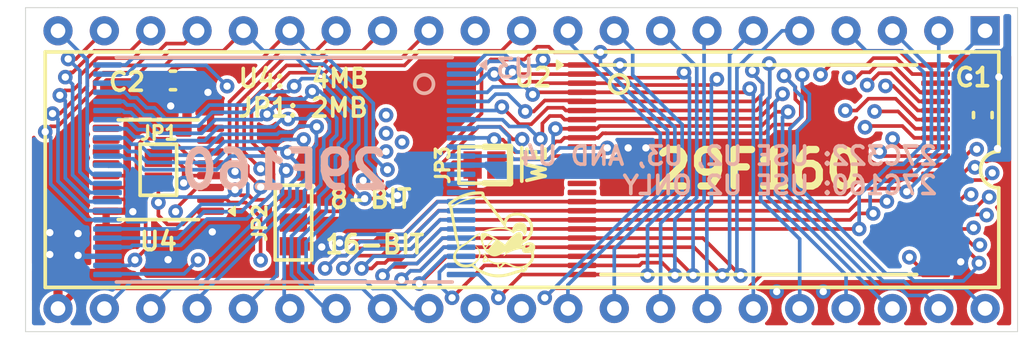
<source format=kicad_pcb>
(kicad_pcb (version 20240108) (generator "pcbnew") (generator_version "8.0")
  (layers (0 "F.Cu" signal) (1 "In1.Cu" signal) (2 "In2.Cu" signal) (31 "B.Cu" signal) (34 "B.Paste" user) (35 "F.Paste" user) (36 "B.SilkS" user "B.Silkscreen") (37 "F.SilkS" user "F.Silkscreen") (38 "B.Mask" user) (39 "F.Mask" user) (44 "Edge.Cuts" user))
  (net 0 "")
  (net 1 "/~{CE1}")
  (net 2 "/~{CE}")
  (net 3 "+5V")
  (net 4 "/A20")
  (net 5 "/D4")
  (net 6 "GND")
  (net 7 "/D2")
  (net 8 "/A6")
  (net 9 "/A8")
  (net 10 "/A2")
  (net 11 "/D11")
  (net 12 "/A13")
  (net 13 "/D9")
  (net 14 "/D15")
  (net 15 "/A10")
  (net 16 "/A5")
  (net 17 "/D5")
  (net 18 "/A19")
  (net 19 "/A11")
  (net 20 "/A18")
  (net 21 "/D13")
  (net 22 "/D0")
  (net 23 "/A1")
  (net 24 "/D7")
  (net 25 "/D12")
  (net 26 "/A4")
  (net 27 "/A0")
  (net 28 "/D8")
  (net 29 "/A16")
  (net 30 "/A9")
  (net 31 "/A12")
  (net 32 "/~{OE}")
  (net 33 "/D6")
  (net 34 "/D3")
  (net 35 "/D1")
  (net 36 "/A17")
  (net 37 "/D14")
  (net 38 "/D10")
  (net 39 "/A3")
  (net 40 "/A14")
  (net 41 "/A7")
  (net 42 "/A15")
  (net 50 "/~{CE2}")
  (net 58 "/~{BYTE}")
  (net 59 "/~{WE}")
  (footprint "Capacitor_SMD:C_0603_1608Metric" (layer "F.Cu") (at 223.393 96.065 90)
    (property "Reference" "C1")
    (property "Value" "0.1uF")
  )
  (footprint "Package_SO:TSOP-I-48_18.4x12mm_P0.5mm" (layer "F.Cu") (at 211.12 99.065)
    (property "Reference" "U2")
    (property "Value" "29F160")
  )
  (footprint "LOGO" (layer "F.Cu") (at 196.5 102.616)
    (property "Reference" "G***" (hide yes))
    (property "Value" "LOGO" (hide yes))
  )
  (footprint "Package_SO:TSSOP-16_4.4x5mm_P0.65mm" (layer "F.Cu") (at 178.22 99.065 180)
    (property "Reference" "U4")
    (property "Value" "74LS139")
  )
  (footprint "Package_DIP:DIP-42_W15.24mm" (layer "F.Cu") (at 223.52 91.44 -90)
    (property "Reference" "U1" (hide yes))
    (property "Value" "27C322")
  )
  (footprint "Jumper:SolderJumper-2_P1.3mm_Open_Pad1.0x1.5mm" (layer "F.Cu") (at 178.22 99.065 90)
    (property "Reference" "JP1")
    (property "Value" "Jumper_2_Small_Open")
  )
  (footprint "LOGO" (layer "F.Cu") (at 193.5 94.75)
    (property "Reference" "G***" (hide yes))
    (property "Value" "LOGO" (hide yes))
  )
  (footprint "Jumper:SolderJumper-2_P1.3mm_Open_Pad1.0x1.5mm" (layer "F.Cu") (at 196.088 98.806 180)
    (property "Reference" "JP3")
    (property "Value" "Jumper_2_Small_Open")
  )
  (footprint "Capacitor_SMD:C_0603_1608Metric" (layer "F.Cu") (at 179.02 94.165 180)
    (property "Reference" "C2")
    (property "Value" "0.1uF")
  )
  (footprint "Jumper:SolderJumper-3_P1.3mm_Open_Pad1.0x1.5mm" (layer "F.Cu") (at 185.62 101.965 90)
    (property "Reference" "JP2")
    (property "Value" "Jumper_3_Open")
  )
  (footprint "Package_SO:TSOP-I-48_18.4x12mm_P0.5mm" (layer "B.Cu") (at 185.12 99.065 180)
    (property "Reference" "U3")
    (property "Value" "29F160")
  )
  (gr_circle (center 192.786 94.361) (end 192.786 93.853) (stroke (width 0.2)) (fill none) (layer "B.SilkS"))
  (gr_line (start 197.488 97.806) (end 197.488 99.806) (stroke (width 0.35)) (layer "F.SilkS"))
  (gr_line (start 196.088 99.806) (end 197.488 99.806) (stroke (width 0.35)) (layer "F.SilkS"))
  (gr_circle (center 203.454 94.361) (end 203.454 93.853) (stroke (width 0.2)) (fill none) (layer "F.SilkS"))
  (gr_line (start 196.088 97.806) (end 197.488 97.806) (stroke (width 0.35)) (layer "F.SilkS"))
  (gr_line (start 225.298 107.95) (end 225.298 90.17) (stroke (width 0.05)) (layer "Edge.Cuts"))
  (gr_line (start 170.942 90.17) (end 170.942 107.95) (stroke (width 0.05)) (layer "Edge.Cuts"))
  (gr_line (start 172.72 90.17) (end 170.942 90.17) (stroke (width 0.05)) (layer "Edge.Cuts"))
  (gr_line (start 170.942 107.95) (end 225.298 107.95) (stroke (width 0.05)) (layer "Edge.Cuts"))
  (gr_line (start 225.298 90.17) (end 172.72 90.17) (stroke (width 0.05)) (layer "Edge.Cuts"))
  (gr_text "29F160" (at 185.125 99.075 0) (layer "B.SilkS") (effects (font (size 2 2) (thickness 0.4) (bold yes)) (justify mirror)))
  (gr_text "27C322: USE U2, U3, AND U4\n27C160: USE U2 ONLY" (at 221 100.5 0) (layer "B.SilkS") (effects (font (size 1 1) (thickness 0.2) (bold yes)) (justify left bottom mirror)))
  (gr_text " 8-BIT" (at 186.75 101.25 0) (layer "F.SilkS") (effects (font (size 1 1) (thickness 0.2) (bold yes)) (justify left bottom)))
  (gr_text "U4:  4MB\nJP1: 2MB" (at 182.5 96.25 0) (layer "F.SilkS") (effects (font (size 1 1) (thickness 0.2) (bold yes)) (justify left bottom)))
  (gr_text "16-BIT" (at 187.25 103.75 0) (layer "F.SilkS") (effects (font (size 1 1) (thickness 0.2) (bold yes)) (justify left bottom)))
  (gr_text "29F160" (at 211.1 99.05 0) (layer "F.SilkS") (effects (font (size 2 2) (thickness 0.4) (bold yes))))
  (gr_text "~{WE}" (at 199.5424 99.9236 90) (layer "F.SilkS") (effects (font (size 1 1) (thickness 0.2) (bold yes)) (justify left bottom)))
  (segment (start 180.005049 99.39) (end 179.604541 99.790508) (width 0.2) (layer "F.Cu") (net 1))
  (segment (start 179.604541 99.790508) (end 179.604541 98.949541) (width 0.2) (layer "F.Cu") (net 1))
  (segment (start 181.0825 99.39) (end 180.005049 99.39) (width 0.2) (layer "F.Cu") (net 1))
  (segment (start 179.604541 98.949541) (end 179.07 98.415) (width 0.2) (layer "F.Cu") (net 1))
  (segment (start 179.07 98.415) (end 178.22 98.415) (width 0.2) (layer "F.Cu") (net 1))
  (segment (start 219.82 104.315) (end 220.8075 104.315) (width 0.2) (layer "F.Cu") (net 1))
  (segment (start 219.37 103.865) (end 219.82 104.315) (width 0.2) (layer "F.Cu") (net 1))
  (segment (start 179.604541 99.790508) (end 179.604541 99.480459) (width 0.2) (layer "F.Cu") (net 1))
  (via (at 179.604541 99.790508) (size 0.8) (drill 0.4) (layers "F.Cu" "B.Cu") (net 1))
  (via (at 219.37 103.865) (size 0.8) (drill 0.4) (layers "F.Cu" "B.Cu") (net 1))
  (segment (start 178.22 99.715) (end 178.77 99.715) (width 0.2) (layer "F.Cu") (net 2))
  (segment (start 181.0825 101.34) (end 181.1075 101.365) (width 0.2) (layer "F.Cu") (net 2))
  (segment (start 183.32 97.52505) (end 183.32 95.830687) (width 0.2) (layer "F.Cu") (net 2))
  (segment (start 187.357058 93.74) (end 187.757058 93.34) (width 0.2) (layer "F.Cu") (net 2))
  (segment (start 178.22 101.565) (end 178.72 102.065) (width 0.2) (layer "F.Cu") (net 2))
  (segment (start 185.410687 93.74) (end 187.357058 93.74) (width 0.2) (layer "F.Cu") (net 2))
  (segment (start 183.421117 100.715003) (end 184.11753 100.715003) (width 0.2) (layer "F.Cu") (net 2))
  (segment (start 179.57 102.065) (end 180.295 101.34) (width 0.2) (layer "F.Cu") (net 2))
  (segment (start 178.22 100.865) (end 178.22 99.715) (width 0.2) (layer "F.Cu") (net 2))
  (segment (start 183.171114 100.465) (end 183.421117 100.715003) (width 0.2) (layer "F.Cu") (net 2))
  (segment (start 183.32 95.830687) (end 185.410687 93.74) (width 0.2) (layer "F.Cu") (net 2))
  (segment (start 184.52758 99.31253) (end 184.52 99.30495) (width 0.2) (layer "F.Cu") (net 2))
  (segment (start 178.72 102.065) (end 179.57 102.065) (width 0.2) (layer "F.Cu") (net 2))
  (segment (start 184.52758 100.304953) (end 184.52758 99.31253) (width 0.2) (layer "F.Cu") (net 2))
  (segment (start 187.757058 93.34) (end 191.705686 93.34) (width 0.2) (layer "F.Cu") (net 2))
  (segment (start 197.02 92.54) (end 198.12 91.44) (width 0.2) (layer "F.Cu") (net 2))
  (segment (start 184.52 99.30495) (end 184.52 98.72505) (width 0.2) (layer "F.Cu") (net 2))
  (segment (start 180.295 101.34) (end 181.0825 101.34) (width 0.2) (layer "F.Cu") (net 2))
  (segment (start 178.22 100.865) (end 178.22 101.565) (width 0.2) (layer "F.Cu") (net 2))
  (segment (start 192.505686 92.54) (end 197.02 92.54) (width 0.2) (layer "F.Cu") (net 2))
  (segment (start 191.705686 93.34) (end 192.505686 92.54) (width 0.2) (layer "F.Cu") (net 2))
  (segment (start 182.419886 100.161565) (end 182.723321 100.465) (width 0.2) (layer "F.Cu") (net 2))
  (segment (start 184.52 98.72505) (end 183.32 97.52505) (width 0.2) (layer "F.Cu") (net 2))
  (segment (start 184.11753 100.715003) (end 184.52758 100.304953) (width 0.2) (layer "F.Cu") (net 2))
  (segment (start 182.723321 100.465) (end 183.171114 100.465) (width 0.2) (layer "F.Cu") (net 2))
  (via (at 182.419886 100.161565) (size 0.8) (drill 0.4) (layers "F.Cu" "B.Cu") (net 2))
  (via (at 178.22 100.865) (size 0.8) (drill 0.4) (layers "F.Cu" "B.Cu") (net 2))
  (segment (start 178.22 100.865) (end 178.52 100.565) (width 0.2) (layer "B.Cu") (net 2))
  (segment (start 182.016451 100.565) (end 182.419886 100.161565) (width 0.2) (layer "B.Cu") (net 2))
  (segment (start 178.52 100.565) (end 182.016451 100.565) (width 0.2) (layer "B.Cu") (net 2))
  (segment (start 187.133394 103.265) (end 187.171672 103.303278) (width 0.2) (layer "F.Cu") (net 3))
  (segment (start 176.82 101.365) (end 176.4474 101.365) (width 0.2) (layer "F.Cu") (net 3))
  (segment (start 194.229425 98.806) (end 192.745712 100.289713) (width 0.199) (layer "F.Cu") (net 3))
  (segment (start 179.795 94.165) (end 179.795 96.5316) (width 0.2) (layer "F.Cu") (net 3))
  (segment (start 187.063544 103.780133) (end 186.653494 104.190183) (width 0.2) (layer "F.Cu") (net 3))
  (segment (start 186.653494 104.938506) (end 186.182 105.41) (width 0.2) (layer "F.Cu") (net 3))
  (segment (start 176.3964 101.314) (end 176.3964 100.6886) (width 0.2) (layer "F.Cu") (net 3))
  (segment (start 176.4647 101.1097) (end 176.52 101.165) (width 0.2) (layer "F.Cu") (net 3))
  (segment (start 220.8075 98.815) (end 221.62741 98.815) (width 0.2) (layer "F.Cu") (net 3))
  (segment (start 185.62 103.265) (end 185.92 103.565) (width 0.2) (layer "F.Cu") (net 3))
  (segment (start 222.37 97.315) (end 222.845 96.84) (width 0.2) (layer "F.Cu") (net 3))
  (segment (start 185.62 103.265) (end 187.133394 103.265) (width 0.2) (layer "F.Cu") (net 3))
  (segment (start 176.82 101.365) (end 176.82 102.58) (width 0.2) (layer "F.Cu") (net 3))
  (segment (start 176.3964 100.6886) (end 176.52 100.565) (width 0.2) (layer "F.Cu") (net 3))
  (segment (start 176.52 100.565) (end 176.4647 100.6203) (width 0.2) (layer "F.Cu") (net 3))
  (segment (start 222.845 96.84) (end 223.52 96.84) (width 0.2) (layer "F.Cu") (net 3))
  (segment (start 176.82 102.58) (end 174.325 105.075) (width 0.2) (layer "F.Cu") (net 3))
  (segment (start 179.795 96.5316) (end 179.4616 96.865) (width 0.2) (layer "F.Cu") (net 3))
  (segment (start 176.8962 96.865) (end 176.52 97.2412) (width 0.2) (layer "F.Cu") (net 3))
  (segment (start 188.322101 101.745899) (end 187.171672 102.896328) (width 0.199) (layer "F.Cu") (net 3))
  (segment (start 176.4474 101.365) (end 176.3964 101.314) (width 0.2) (layer "F.Cu") (net 3))
  (segment (start 175.3575 101.34) (end 176.345 101.34) (width 0.2) (layer "F.Cu") (net 3))
  (segment (start 187.171672 103.303278) (end 187.171672 103.780133) (width 0.2) (layer "F.Cu") (net 3))
  (segment (start 186.653494 104.190183) (end 186.653494 104.938506) (width 0.2) (layer "F.Cu") (net 3))
  (segment (start 201.4325 98.815) (end 199.827088 98.815) (width 0.199) (layer "F.Cu") (net 3))
  (segment (start 176.345 101.34) (end 176.52 101.165) (width 0.2) (layer "F.Cu") (net 3))
  (segment (start 176.42 99.365) (end 176.395 99.39) (width 0.2) (layer "F.Cu") (net 3))
  (segment (start 175.3575 100.04) (end 176.345 100.04) (width 0.2) (layer "F.Cu") (net 3))
  (segment (start 175.3575 100.69) (end 176.395 100.69) (width 0.2) (layer "F.Cu") (net 3))
  (segment (start 192.745712 100.289713) (end 192.745712 100.620447) (width 0.199) (layer "F.Cu") (net 3))
  (segment (start 176.52 99.365) (end 176.42 99.365) (width 0.2) (layer "F.Cu") (net 3))
  (segment (start 176.395 99.39) (end 175.3575 99.39) (width 0.2) (layer "F.Cu") (net 3))
  (segment (start 176.4647 100.6203) (end 176.4647 101.1097) (width 0.2) (layer "F.Cu") (net 3))
  (segment (start 179.4616 96.865) (end 176.8962 96.865) (width 0.2) (layer "F.Cu") (net 3))
  (segment (start 176.345 100.04) (end 176.52 99.865) (width 0.2) (layer "F.Cu") (net 3))
  (segment (start 198.312088 100.33) (end 195.58 100.33) (width 0.199) (layer "F.Cu") (net 3))
  (segment (start 187.171672 103.780133) (end 187.063544 103.780133) (width 0.2) (layer "F.Cu") (net 3))
  (segment (start 222.37 97.815) (end 222.37 97.315) (width 0.2) (layer "F.Cu") (net 3))
  (segment (start 221.895 98.54741) (end 221.895 98.29) (width 0.2) (layer "F.Cu") (net 3))
  (segment (start 176.52 97.2412) (end 176.52 99.365) (width 0.2) (layer "F.Cu") (net 3))
  (segment (start 221.62741 98.815) (end 221.895 98.54741) (width 0.2) (layer "F.Cu") (net 3))
  (segment (start 195.58 100.33) (end 195.438 100.188) (width 0.199) (layer "F.Cu") (net 3))
  (segment (start 176.52 99.865) (end 176.52 99.365) (width 0.2) (layer "F.Cu") (net 3))
  (segment (start 185.92 103.465) (end 185.92 103.265) (width 0.2) (layer "F.Cu") (net 3))
  (segment (start 201.4325 98.815) (end 218.957 98.815) (width 0.199) (layer "F.Cu") (net 3))
  (segment (start 176.395 100.69) (end 176.52 100.565) (width 0.2) (layer "F.Cu") (net 3))
  (segment (start 187.171672 102.896328) (end 187.171672 103.303278) (width 0.199) (layer "F.Cu") (net 3))
  (segment (start 192.745712 100.620447) (end 191.62026 101.745899) (width 0.199) (layer "F.Cu") (net 3))
  (segment (start 220.8075 98.815) (end 218.957 98.815) (width 0.2) (layer "F.Cu") (net 3))
  (segment (start 221.895 98.29) (end 222.37 97.815) (width 0.2) (layer "F.Cu") (net 3))
  (segment (start 174.66 105.41) (end 174.325 105.075) (width 0.2) (layer "F.Cu") (net 3))
  (segment (start 176.52 100.565) (end 176.52 99.865) (width 0.2) (layer "F.Cu") (net 3))
  (segment (start 195.438 100.188) (end 195.438 98.806) (width 0.199) (layer "F.Cu") (net 3))
  (segment (start 199.827088 98.815) (end 198.312088 100.33) (width 0.199) (layer "F.Cu") (net 3))
  (segment (start 185.92 103.265) (end 185.92 103.565) (width 0.2) (layer "F.Cu") (net 3))
  (segment (start 186.182 105.41) (end 174.66 105.41) (width 0.2) (layer "F.Cu") (net 3))
  (segment (start 195.438 98.806) (end 194.229425 98.806) (width 0.199) (layer "F.Cu") (net 3))
  (segment (start 191.62026 101.745899) (end 188.322101 101.745899) (width 0.199) (layer "F.Cu") (net 3))
  (segment (start 172.72 106.68) (end 174.325 105.075) (width 0.4) (layer "F.Cu") (net 3))
  (via (at 204.932466 97.866) (size 0.8) (drill 0.4) (layers "F.Cu" "B.Cu") (net 3))
  (via (at 187.171672 103.303278) (size 0.8) (drill 0.4) (layers "F.Cu" "B.Cu") (net 3))
  (via (at 176.82 101.365) (size 0.8) (drill 0.4) (layers "F.Cu" "B.Cu") (net 3))
  (via (at 203.962 97.866) (size 0.8) (drill 0.4) (layers "F.Cu" "B.Cu") (net 3))
  (segment (start 176.30241 98.865) (end 176.52 99.08259) (width 0.2) (layer "B.Cu") (net 3))
  (segment (start 176.52 101.065) (end 176.82 101.365) (width 0.2) (layer "B.Cu") (net 3))
  (segment (start 176.52 99.08259) (end 176.52 100.04741) (width 0.2) (layer "B.Cu") (net 3))
  (segment (start 176.52 100.04741) (end 176.52 100.165) (width 0.2) (layer "B.Cu") (net 3))
  (segment (start 176.52 100.165) (end 176.52 100.765) (width 0.2) (layer "B.Cu") (net 3))
  (segment (start 176.52 100.765) (end 176.52 101.065) (width 0.2) (layer "B.Cu") (net 3))
  (segment (start 175.4825 98.865) (end 176.30241 98.865) (width 0.2) (layer "B.Cu") (net 3))
  (segment (start 175.4325 98.815) (end 175.4825 98.865) (width 0.2) (layer "B.Cu") (net 3))
  (segment (start 182.129936 100.861565) (end 182.616565 100.861565) (width 0.2) (layer "F.Cu") (net 4))
  (segment (start 181.0825 100.69) (end 181.958371 100.69) (width 0.2) (layer "F.Cu") (net 4))
  (segment (start 183.005429 100.865) (end 182.616565 100.865) (width 0.2) (layer "F.Cu") (net 4))
  (segment (start 183.819657 101.679228) (end 183.005429 100.865) (width 0.2) (layer "F.Cu") (net 4))
  (segment (start 181.958371 100.69) (end 182.129936 100.861565) (width 0.2) (layer "F.Cu") (net 4))
  (segment (start 183.819657 104.029813) (end 183.819657 101.679228) (width 0.2) (layer "F.Cu") (net 4))
  (via (at 183.819657 104.029813) (size 0.8) (drill 0.4) (layers "F.Cu" "B.Cu") (net 4))
  (segment (start 217.983276 98.315) (end 220.8075 98.315) (width 0.2) (layer "F.Cu") (net 5))
  (segment (start 217.736421 98.068145) (end 217.983276 98.315) (width 0.2) (layer "F.Cu") (net 5))
  (via (at 217.736421 98.068145) (size 0.8) (drill 0.4) (layers "F.Cu" "B.Cu") (net 5))
  (via (at 185.22 99.100022) (size 0.8) (drill 0.4) (layers "F.Cu" "B.Cu") (net 5))
  (segment (start 176.845375 98.465) (end 176.420003 98.465) (width 0.2) (layer "B.Cu") (net 5))
  (segment (start 185.02 100.378218) (end 180.218218 105.18) (width 0.2) (layer "B.Cu") (net 5))
  (segment (start 184.519199 98.315) (end 182.17 98.315) (width 0.2) (layer "B.Cu") (net 5))
  (segment (start 181.42 99.065) (end 177.445376 99.065) (width 0.2) (layer "B.Cu") (net 5))
  (segment (start 185.02 99.300022) (end 185.02 100.378218) (width 0.2) (layer "B.Cu") (net 5))
  (segment (start 176.270003 98.315) (end 175.4325 98.315) (width 0.2) (layer "B.Cu") (net 5))
  (segment (start 182.17 98.315) (end 181.42 99.065) (width 0.2) (layer "B.Cu") (net 5))
  (segment (start 176.420003 98.465) (end 176.270003 98.315) (width 0.2) (layer "B.Cu") (net 5))
  (segment (start 180.218218 105.18) (end 176.76 105.18) (width 0.2) (layer "B.Cu") (net 5))
  (segment (start 185.22 99.100022) (end 185.02 99.300022) (width 0.2) (layer "B.Cu") (net 5))
  (segment (start 177.445376 99.065) (end 176.845375 98.465) (width 0.2) (layer "B.Cu") (net 5))
  (segment (start 185.22 99.100022) (end 185.22 99.015801) (width 0.2) (layer "B.Cu") (net 5))
  (segment (start 185.22 99.015801) (end 184.519199 98.315) (width 0.2) (layer "B.Cu") (net 5))
  (segment (start 176.76 105.18) (end 175.26 106.68) (width 0.2) (layer "B.Cu") (net 5))
  (segment (start 221.881305 103.815) (end 222.183865 104.11756) (width 0.199) (layer "F.Cu") (net 6))
  (segment (start 185.92 100.665) (end 184.97 100.665) (width 0.2) (layer "F.Cu") (net 6))
  (segment (start 179.12 101.409975) (end 179.164975 101.365) (width 0.2) (layer "F.Cu") (net 6))
  (segment (start 184.35 101.075) (end 184.35 101.936502) (width 0.2) (layer "F.Cu") (net 6))
  (segment (start 178.327693 94.165) (end 179.152693 93.34) (width 0.2) (layer "F.Cu") (net 6))
  (segment (start 222.183865 104.11756) (end 221.92997 104.11756) (width 0.2) (layer "F.Cu") (net 6))
  (segment (start 184.76 100.665) (end 184.35 101.075) (width 0.2) (layer "F.Cu") (net 6))
  (segment (start 184.35 101.936502) (end 184.519249 102.105751) (width 0.2) (layer "F.Cu") (net 6))
  (segment (start 185.62 100.665) (end 184.76 100.665) (width 0.2) (layer "F.Cu") (net 6))
  (segment (start 179.152693 93.34) (end 180.193696 93.34) (width 0.2) (layer "F.Cu") (net 6))
  (segment (start 184.519249 104.320171) (end 184.109607 104.729813) (width 0.2) (layer "F.Cu") (net 6))
  (segment (start 178.245 94.165) (end 178.327693 94.165) (width 0.2) (layer "F.Cu") (net 6))
  (segment (start 181.0825 95.280431) (end 181.0825 96.79) (width 0.2) (layer "F.Cu") (net 6))
  (segment (start 180.344999 100.04) (end 179.12 101.264999) (width 0.2) (layer "F.Cu") (net 6))
  (segment (start 178.245 94.914875) (end 178.245 94.165) (width 0.2) (layer "F.Cu") (net 6))
  (segment (start 179.12 101.465) (end 179.12 101.409975) (width 0.2) (layer "F.Cu") (net 6))
  (segment (start 184.109607 104.729813) (end 183.529813 104.729813) (width 0.2) (layer "F.Cu") (net 6))
  (segment (start 185.62 100.665) (end 187.117 100.665) (width 0.2) (layer "F.Cu") (net 6))
  (segment (start 178.895125 95.565) (end 178.245 94.914875) (width 0.2) (layer "F.Cu") (net 6))
  (segment (start 181.0825 100.04) (end 180.344999 100.04) (width 0.2) (layer "F.Cu") (net 6))
  (segment (start 180.545 93.691304) (end 180.545 94.742931) (width 0.2) (layer "F.Cu") (net 6))
  (segment (start 180.193696 93.34) (end 180.545 93.691304) (width 0.2) (layer "F.Cu") (net 6))
  (segment (start 181.25 102.45) (end 181.075 102.45) (width 0.2) (layer "F.Cu") (net 6))
  (segment (start 220.8075 103.815) (end 221.881305 103.815) (width 0.199) (layer "F.Cu") (net 6))
  (segment (start 184.519249 102.105751) (end 184.519249 104.320171) (width 0.2) (layer "F.Cu") (net 6))
  (segment (start 183.529813 104.729813) (end 181.25 102.45) (width 0.2) (layer "F.Cu") (net 6))
  (segment (start 180.545 94.742931) (end 181.0825 95.280431) (width 0.2) (layer "F.Cu") (net 6))
  (segment (start 222.625 93.975) (end 222.285 94.315) (width 0.2) (layer "F.Cu") (net 6))
  (segment (start 222.285 94.315) (end 220.8075 94.315) (width 0.2) (layer "F.Cu") (net 6))
  (segment (start 179.12 101.264999) (end 179.12 101.465) (width 0.2) (layer "F.Cu") (net 6))
  (via (at 214.65 105.75) (size 0.8) (drill 0.4) (layers "F.Cu" "B.Cu") (net 6))
  (via (at 222.625 93.975) (size 0.8) (drill 0.4) (layers "F.Cu" "B.Cu") (net 6))
  (via (at 172.27 102.515) (size 0.8) (drill 0.4) (layers "F.Cu" "B.Cu") (net 6))
  (via (at 172.27 103.715) (size 0.8) (drill 0.4) (layers "F.Cu" "B.Cu") (net 6))
  (via (at 180.936035 94.81894) (size 0.8) (drill 0.4) (layers "F.Cu" "B.Cu") (net 6))
  (via (at 212.1 105.75) (size 0.8) (drill 0.4) (layers "F.Cu" "B.Cu") (net 6))
  (via (at 181.175 102.475) (size 0.8) (drill 0.4) (layers "F.Cu" "B.Cu") (net 6))
  (via (at 179.164975 101.365) (size 0.8) (drill 0.4) (layers "F.Cu" "B.Cu") (net 6))
  (via (at 178.75 104) (size 0.8) (drill 0.4) (layers "F.Cu" "B.Cu") (net 6))
  (via (at 178.895125 95.565) (size 0.8) (drill 0.4) (layers "F.Cu" "B.Cu") (net 6))
  (via (at 173.82 102.565) (size 0.8) (drill 0.4) (layers "F.Cu" "B.Cu") (net 6))
  (via (at 222.183865 104.11756) (size 0.8) (drill 0.4) (layers "F.Cu" "B.Cu") (net 6))
  (via (at 224.2 97.9) (size 0.8) (drill 0.4) (layers "F.Cu" "B.Cu") (net 6))
  (via (at 173.82 103.765) (size 0.8) (drill 0.4) (layers "F.Cu" "B.Cu") (net 6))
  (via (at 224.275 93.975) (size 0.8) (drill 0.4) (layers "F.Cu" "B.Cu") (net 6))
  (segment (start 176.783782 94.649315) (end 176.449467 94.315) (width 0.2) (layer "B.Cu") (net 6))
  (segment (start 178.895125 95.565) (end 178.595125 95.265) (width 0.2) (layer "B.Cu") (net 6))
  (segment (start 177.745487 95.265) (end 177.129802 94.649315) (width 0.2) (layer "B.Cu") (net 6))
  (segment (start 173.87 103.815) (end 173.82 103.765) (width 0.2) (layer "B.Cu") (net 6))
  (segment (start 175.4325 103.815) (end 173.87 103.815) (width 0.2) (layer "B.Cu") (net 6))
  (segment (start 172.32 103.765) (end 172.27 103.715) (width 0.2) (layer "B.Cu") (net 6))
  (segment (start 178.595125 95.265) (end 177.745487 95.265) (width 0.2) (layer "B.Cu") (net 6))
  (segment (start 176.449467 94.315) (end 175.4325 94.315) (width 0.2) (layer "B.Cu") (net 6))
  (segment (start 177.129802 94.649315) (end 176.783782 94.649315) (width 0.2) (layer "B.Cu") (net 6))
  (segment (start 177.265686 92.54) (end 178.257049 92.54) (width 0.2) (layer "F.Cu") (net 7))
  (segment (start 222.0698 100.815) (end 220.8075 100.815) (width 0.2) (layer "F.Cu") (net 7))
  (segment (start 222.46611 100.41869) (end 222.0698 100.815) (width 0.2) (layer "F.Cu") (net 7))
  (segment (start 173.926265 94.315606) (end 173.926265 93.890107) (width 0.2) (layer "F.Cu") (net 7))
  (segment (start 178.656049 92.141) (end 179.639 92.141) (width 0.2) (layer "F.Cu") (net 7))
  (segment (start 176.865686 92.94) (end 177.265686 92.54) (width 0.2) (layer "F.Cu") (net 7))
  (segment (start 173.090247 94.711796) (end 173.530075 94.711796) (width 0.2) (layer "F.Cu") (net 7))
  (segment (start 179.639 92.141) (end 180.34 91.44) (width 0.2) (layer "F.Cu") (net 7))
  (segment (start 222.752369 100.41869) (end 222.46611 100.41869) (width 0.2) (layer "F.Cu") (net 7))
  (segment (start 173.530075 94.711796) (end 173.926265 94.315606) (width 0.2) (layer "F.Cu") (net 7))
  (segment (start 172.82 94.982043) (end 173.090247 94.711796) (width 0.2) (layer "F.Cu") (net 7))
  (segment (start 173.926265 93.890107) (end 174.876372 92.94) (width 0.2) (layer "F.Cu") (net 7))
  (segment (start 178.257049 92.54) (end 178.656049 92.141) (width 0.2) (layer "F.Cu") (net 7))
  (segment (start 174.876372 92.94) (end 176.865686 92.94) (width 0.2) (layer "F.Cu") (net 7))
  (via (at 222.752369 100.41869) (size 0.8) (drill 0.4) (layers "F.Cu" "B.Cu") (net 7))
  (via (at 172.82 94.982043) (size 0.8) (drill 0.4) (layers "F.Cu" "B.Cu") (net 7))
  (via (at 190.695221 98.064976) (size 0.8) (drill 0.4) (layers "F.Cu" "B.Cu") (net 7))
  (segment (start 172.82 94.982043) (end 173.12 95.282043) (width 0.2) (layer "B.Cu") (net 7))
  (segment (start 173.12 99.519465) (end 174.415534 100.815) (width 0.2) (layer "B.Cu") (net 7))
  (segment (start 174.415534 100.815) (end 175.4325 100.815) (width 0.2) (layer "B.Cu") (net 7))
  (segment (start 173.12 95.282043) (end 173.12 99.519465) (width 0.2) (layer "B.Cu") (net 7))
  (segment (start 216.618956 102.314079) (end 216.618035 102.315) (width 0.2) (layer "F.Cu") (net 8))
  (segment (start 191.699367 103.810621) (end 192.222949 103.810621) (width 0.2) (layer "F.Cu") (net 8))
  (segment (start 190.816332 103.998619) (end 191.511369 103.998619) (width 0.2) (layer "F.Cu") (net 8))
  (segment (start 190.210686 104.18) (end 190.634951 104.18) (width 0.2) (layer "F.Cu") (net 8))
  (segment (start 191.511369 103.998619) (end 191.699367 103.810621) (width 0.2) (layer "F.Cu") (net 8))
  (segment (start 189.909861 104.480825) (end 190.210686 104.18) (width 0.2) (layer "F.Cu") (net 8))
  (segment (start 189.353498 104.480825) (end 189.909861 104.480825) (width 0.2) (layer "F.Cu") (net 8))
  (segment (start 193.71857 102.315) (end 201.4325 102.315) (width 0.2) (layer "F.Cu") (net 8))
  (segment (start 192.222949 103.810621) (end 193.71857 102.315) (width 0.2) (layer "F.Cu") (net 8))
  (segment (start 190.634951 104.18) (end 190.816332 103.998619) (width 0.2) (layer "F.Cu") (net 8))
  (segment (start 216.618035 102.315) (end 201.4325 102.315) (width 0.2) (layer "F.Cu") (net 8))
  (via (at 189.353498 104.480825) (size 0.8) (drill 0.4) (layers "F.Cu" "B.Cu") (net 8))
  (via (at 216.618956 102.314079) (size 0.8) (drill 0.4) (layers "F.Cu" "B.Cu") (net 8))
  (segment (start 218.29868 98.770504) (end 219.027771 98.770504) (width 0.2) (layer "B.Cu") (net 8))
  (segment (start 220.18 93.745686) (end 218.974314 92.54) (width 0.2) (layer "B.Cu") (net 8))
  (segment (start 218.974314 92.54) (end 217 92.54) (width 0.2) (layer "B.Cu") (net 8))
  (segment (start 193.724846 102.315) (end 194.8075 102.315) (width 0.2) (layer "B.Cu") (net 8))
  (segment (start 220.18 97.618275) (end 220.18 93.745686) (width 0.2) (layer "B.Cu") (net 8))
  (segment (start 192.229225 103.810621) (end 193.724846 102.315) (width 0.2) (layer "B.Cu") (net 8))
  (segment (start 216.618956 100.450228) (end 218.29868 98.770504) (width 0.2) (layer "B.Cu") (net 8))
  (segment (start 216.618956 102.314079) (end 216.618956 100.450228) (width 0.2) (layer "B.Cu") (net 8))
  (segment (start 219.027771 98.770504) (end 220.18 97.618275) (width 0.2) (layer "B.Cu") (net 8))
  (segment (start 190.023702 103.810621) (end 192.229225 103.810621) (width 0.2) (layer "B.Cu") (net 8))
  (segment (start 217 92.54) (end 215.9 91.44) (width 0.2) (layer "B.Cu") (net 8))
  (segment (start 189.353498 104.480825) (end 190.023702 103.810621) (width 0.2) (layer "B.Cu") (net 8))
  (segment (start 199.975819 96.815) (end 201.4325 96.815) (width 0.2) (layer "F.Cu") (net 9))
  (segment (start 212.72 95.887219) (end 212.044153 95.887219) (width 0.2) (layer "F.Cu") (net 9))
  (segment (start 212.044153 95.887219) (end 211.266371 96.665) (width 0.2) (layer "F.Cu") (net 9))
  (segment (start 202.250994 96.815) (end 201.4325 96.815) (width 0.2) (layer "F.Cu") (net 9))
  (segment (start 211.266371 96.665) (end 202.400994 96.665) (width 0.2) (layer "F.Cu") (net 9))
  (segment (start 202.400994 96.665) (end 202.250994 96.815) (width 0.2) (layer "F.Cu") (net 9))
  (via (at 212.72 95.887219) (size 0.8) (drill 0.4) (layers "F.Cu" "B.Cu") (net 9))
  (via (at 199.975819 96.815) (size 0.8) (drill 0.4) (layers "F.Cu" "B.Cu") (net 9))
  (segment (start 199.84998 97.667101) (end 199.423624 98.093457) (width 0.2) (layer "B.Cu") (net 9))
  (segment (start 219.281049 105.964) (end 220.264 105.964) (width 0.2) (layer "B.Cu") (net 9))
  (segment (start 195.62741 96.815) (end 194.8075 96.815) (width 0.2) (layer "B.Cu") (net 9))
  (segment (start 212.42 96.187219) (end 212.42 100.232203) (width 0.2) (layer "B.Cu") (net 9))
  (segment (start 212.42 100.232203) (end 217.767797 105.58) (width 0.2) (layer "B.Cu") (net 9))
  (segment (start 199.423624 98.093457) (end 197.86016 98.093457) (width 0.2) (layer "B.Cu") (net 9))
  (segment (start 197.86016 98.093457) (end 197.45011 97.683407) (width 0.2) (layer "B.Cu") (net 9))
  (segment (start 218.897049 105.58) (end 219.281049 105.964) (width 0.2) (layer "B.Cu") (net 9))
  (segment (start 220.264 105.964) (end 220.98 106.68) (width 0.2) (layer "B.Cu") (net 9))
  (segment (start 199.975819 96.815) (end 199.84998 96.940839) (width 0.2) (layer "B.Cu") (net 9))
  (segment (start 197.45011 97.25516) (end 196.90995 96.715) (width 0.2) (layer "B.Cu") (net 9))
  (segment (start 195.72741 96.715) (end 195.62741 96.815) (width 0.2) (layer "B.Cu") (net 9))
  (segment (start 197.45011 97.683407) (end 197.45011 97.25516) (width 0.2) (layer "B.Cu") (net 9))
  (segment (start 199.84998 96.940839) (end 199.84998 97.667101) (width 0.2) (layer "B.Cu") (net 9))
  (segment (start 196.90995 96.715) (end 195.72741 96.715) (width 0.2) (layer "B.Cu") (net 9))
  (segment (start 212.72 95.887219) (end 212.42 96.187219) (width 0.2) (layer "B.Cu") (net 9))
  (segment (start 217.767797 105.58) (end 218.897049 105.58) (width 0.2) (layer "B.Cu") (net 9))
  (segment (start 196.086439 104.315) (end 201.4325 104.315) (width 0.2) (layer "F.Cu") (net 10))
  (segment (start 194.309484 106.091955) (end 196.086439 104.315) (width 0.2) (layer "F.Cu") (net 10))
  (segment (start 205.820042 104.165) (end 204.73005 104.165) (width 0.2) (layer "F.Cu") (net 10))
  (segment (start 204.58005 104.315) (end 201.4325 104.315) (width 0.2) (layer "F.Cu") (net 10))
  (segment (start 206.520042 104.865) (end 205.820042 104.165) (width 0.2) (layer "F.Cu") (net 10))
  (segment (start 204.73005 104.165) (end 204.58005 104.315) (width 0.2) (layer "F.Cu") (net 10))
  (via (at 194.309484 106.091955) (size 0.8) (drill 0.4) (layers "F.Cu" "B.Cu") (net 10))
  (via (at 206.520042 104.865) (size 0.8) (drill 0.4) (layers "F.Cu" "B.Cu") (net 10))
  (segment (start 207.72 93.42) (end 205.74 91.44) (width 0.2) (layer "B.Cu") (net 10))
  (segment (start 193.98759 104.315) (end 194.8075 104.315) (width 0.2) (layer "B.Cu") (net 10))
  (segment (start 207.72 100.583658) (end 207.72 93.42) (width 0.2) (layer "B.Cu") (net 10))
  (segment (start 193.62 104.68259) (end 193.98759 104.315) (width 0.2) (layer "B.Cu") (net 10))
  (segment (start 206.520042 101.783616) (end 207.72 100.583658) (width 0.2) (layer "B.Cu") (net 10))
  (segment (start 193.62 105.402471) (end 193.62 104.68259) (width 0.2) (layer "B.Cu") (net 10))
  (segment (start 206.520042 104.865) (end 206.520042 101.783616) (width 0.2) (layer "B.Cu") (net 10))
  (segment (start 194.309484 106.091955) (end 193.62 105.402471) (width 0.2) (layer "B.Cu") (net 10))
  (segment (start 223.059187 97.937566) (end 222.81312 97.937566) (width 0.2) (layer "F.Cu") (net 11))
  (segment (start 222.295 98.713096) (end 221.693096 99.315) (width 0.2) (layer "F.Cu") (net 11))
  (segment (start 222.81312 97.937566) (end 222.295 98.455686) (width 0.2) (layer "F.Cu") (net 11))
  (segment (start 221.693096 99.315) (end 220.8075 99.315) (width 0.2) (layer "F.Cu") (net 11))
  (segment (start 222.295 98.455686) (end 222.295 98.713096) (width 0.2) (layer "F.Cu") (net 11))
  (via (at 223.059187 97.937566) (size 0.8) (drill 0.4) (layers "F.Cu" "B.Cu") (net 11))
  (via (at 190.695221 96.065) (size 0.8) (drill 0.4) (layers "F.Cu" "B.Cu") (net 11))
  (segment (start 174.32 99.02241) (end 174.32 93.04) (width 0.2) (layer "B.Cu") (net 11))
  (segment (start 175.4325 99.315) (end 174.61259 99.315) (width 0.2) (layer "B.Cu") (net 11))
  (segment (start 174.32 93.04) (end 172.72 91.44) (width 0.2) (layer "B.Cu") (net 11))
  (segment (start 174.61259 99.315) (end 174.32 99.02241) (width 0.2) (layer "B.Cu") (net 11))
  (segment (start 202.87 94.315) (end 201.4325 94.315) (width 0.2) (layer "F.Cu") (net 12))
  (segment (start 208.82 94.1) (end 208.505 94.415) (width 0.2) (layer "F.Cu") (net 12))
  (segment (start 199.017751 94.236513) (end 199.096238 94.315) (width 0.2) (layer "F.Cu") (net 12))
  (segment (start 198.258778 94.415) (end 198.437265 94.236513) (width 0.2) (layer "F.Cu") (net 12))
  (segment (start 198.437265 94.236513) (end 199.017751 94.236513) (width 0.2) (layer "F.Cu") (net 12))
  (segment (start 202.97 94.415) (end 202.87 94.315) (width 0.2) (layer "F.Cu") (net 12))
  (segment (start 197.222891 94.415) (end 198.258778 94.415) (width 0.2) (layer "F.Cu") (net 12))
  (segment (start 208.505 94.415) (end 202.97 94.415) (width 0.2) (layer "F.Cu") (net 12))
  (segment (start 196.623752 93.815861) (end 197.222891 94.415) (width 0.2) (layer "F.Cu") (net 12))
  (segment (start 199.096238 94.315) (end 201.4325 94.315) (width 0.2) (layer "F.Cu") (net 12))
  (via (at 196.623752 93.815861) (size 0.8) (drill 0.4) (layers "F.Cu" "B.Cu") (net 12))
  (via (at 208.82 94.1) (size 0.8) (drill 0.4) (layers "F.Cu" "B.Cu") (net 12))
  (segment (start 195.701372 94.315) (end 194.8075 94.315) (width 0.2) (layer "B.Cu") (net 12))
  (segment (start 208.82 94.1) (end 208.52 94.4) (width 0.2) (layer "B.Cu") (net 12))
  (segment (start 196.200511 93.815861) (end 195.701372 94.315) (width 0.2) (layer "B.Cu") (net 12))
  (segment (start 208.272001 106.672001) (end 208.28 106.68) (width 0.2) (layer "B.Cu") (net 12))
  (segment (start 208.272001 101.160201) (end 208.272001 106.672001) (width 0.2) (layer "B.Cu") (net 12))
  (segment (start 208.52 100.912202) (end 208.272001 101.160201) (width 0.2) (layer "B.Cu") (net 12))
  (segment (start 208.52 94.4) (end 208.52 100.912202) (width 0.2) (layer "B.Cu") (net 12))
  (segment (start 196.623752 93.815861) (end 196.200511 93.815861) (width 0.2) (layer "B.Cu") (net 12))
  (segment (start 172.42 95.982006) (end 172.825551 95.982006) (width 0.2) (layer "F.Cu") (net 13))
  (segment (start 223.742039 100.562075) (end 223.598938 100.562075) (width 0.2) (layer "F.Cu") (net 13))
  (segment (start 174.326265 94.055793) (end 175.042058 93.34) (width 0.2) (layer "F.Cu") (net 13))
  (segment (start 174.326265 94.481292) (end 174.326265 94.055793) (width 0.2) (layer "F.Cu") (net 13))
  (segment (start 223.042319 101.118694) (end 222.462419 101.118694) (width 0.2) (layer "F.Cu") (net 13))
  (segment (start 223.598938 100.562075) (end 223.042319 101.118694) (width 0.2) (layer "F.Cu") (net 13))
  (segment (start 172.825551 95.982006) (end 174.326265 94.481292) (width 0.2) (layer "F.Cu") (net 13))
  (segment (start 181.78 92.54) (end 182.88 91.44) (width 0.2) (layer "F.Cu") (net 13))
  (segment (start 222.462419 101.118694) (end 222.266113 101.315) (width 0.2) (layer "F.Cu") (net 13))
  (segment (start 175.042058 93.34) (end 177.031372 93.34) (width 0.2) (layer "F.Cu") (net 13))
  (segment (start 177.431372 92.94) (end 178.421321 92.94) (width 0.2) (layer "F.Cu") (net 13))
  (segment (start 222.266113 101.315) (end 220.8075 101.315) (width 0.2) (layer "F.Cu") (net 13))
  (segment (start 178.821321 92.54) (end 181.78 92.54) (width 0.2) (layer "F.Cu") (net 13))
  (segment (start 177.031372 93.34) (end 177.431372 92.94) (width 0.2) (layer "F.Cu") (net 13))
  (segment (start 178.421321 92.94) (end 178.821321 92.54) (width 0.2) (layer "F.Cu") (net 13))
  (via (at 172.42 95.982006) (size 0.8) (drill 0.4) (layers "F.Cu" "B.Cu") (net 13))
  (via (at 191.31924 100.479676) (size 0.8) (drill 0.4) (layers "F.Cu" "B.Cu") (net 13))
  (via (at 223.742039 100.562075) (size 0.8) (drill 0.4) (layers "F.Cu" "B.Cu") (net 13))
  (segment (start 190.071471 98.996862) (end 189.595221 98.520612) (width 0.2) (layer "B.Cu") (net 13))
  (segment (start 186.679314 93.265) (end 185.954314 92.54) (width 0.2) (layer "B.Cu") (net 13))
  (segment (start 187.273503 93.265) (end 186.679314 93.265) (width 0.2) (layer "B.Cu") (net 13))
  (segment (start 190.37 100.061928) (end 190.37 99.650211) (width 0.2) (layer "B.Cu") (net 13))
  (segment (start 172.72 99.685151) (end 174.349847 101.315) (width 0.2) (layer "B.Cu") (net 13))
  (segment (start 172.42 95.982006) (end 172.72 96.282006) (width 0.2) (layer "B.Cu") (net 13))
  (segment (start 172.72 96.282006) (end 172.72 99.685151) (width 0.2) (layer "B.Cu") (net 13))
  (segment (start 183.98 92.54) (end 182.88 91.44) (width 0.2) (layer "B.Cu") (net 13))
  (segment (start 191.31924 100.479676) (end 190.787748 100.479676) (width 0.2) (layer "B.Cu") (net 13))
  (segment (start 190.071471 99.351682) (end 190.071471 98.996862) (width 0.2) (layer "B.Cu") (net 13))
  (segment (start 190.787748 100.479676) (end 190.37 100.061928) (width 0.2) (layer "B.Cu") (net 13))
  (segment (start 185.954314 92.54) (end 183.98 92.54) (width 0.2) (layer "B.Cu") (net 13))
  (segment (start 189.595221 95.586718) (end 187.273503 93.265) (width 0.2) (layer "B.Cu") (net 13))
  (segment (start 190.37 99.650211) (end 190.071471 99.351682) (width 0.2) (layer "B.Cu") (net 13))
  (segment (start 174.349847 101.315) (end 175.4325 101.315) (width 0.2) (layer "B.Cu") (net 13))
  (segment (start 189.595221 98.520612) (end 189.595221 95.586718) (width 0.2) (layer "B.Cu") (net 13))
  (segment (start 219.965 94.815) (end 220.8075 94.815) (width 0.2) (layer "F.Cu") (net 14))
  (segment (start 216.466448 94.015937) (end 216.766448 93.715937) (width 0.2) (layer "F.Cu") (net 14))
  (segment (start 218.49 93.34) (end 219.965 94.815) (width 0.2) (layer "F.Cu") (net 14))
  (segment (start 217.190712 93.715937) (end 217.566649 93.34) (width 0.2) (layer "F.Cu") (net 14))
  (segment (start 217.566649 93.34) (end 218.49 93.34) (width 0.2) (layer "F.Cu") (net 14))
  (segment (start 216.069304 94.015937) (end 216.466448 94.015937) (width 0.2) (layer "F.Cu") (net 14))
  (segment (start 216.766448 93.715937) (end 217.190712 93.715937) (width 0.2) (layer "F.Cu") (net 14))
  (via (at 185.660318 94.480319) (size 0.8) (drill 0.4) (layers "F.Cu" "B.Cu") (net 14))
  (via (at 216.069304 94.015937) (size 0.8) (drill 0.4) (layers "F.Cu" "B.Cu") (net 14))
  (segment (start 178.005175 95.665) (end 177.579801 95.665) (width 0.2) (layer "B.Cu") (net 14))
  (segment (start 186.314975 103.043045) (end 186.314975 104.509975) (width 0.2) (layer "B.Cu") (net 14))
  (segment (start 186.942132 94.065) (end 188.795221 95.918089) (width 0.2) (layer "B.Cu") (net 14))
  (segment (start 183.853024 94.780319) (end 183.118343 95.515) (width 0.2) (layer "B.Cu") (net 14))
  (segment (start 185.360318 94.780319) (end 183.853024 94.780319) (width 0.2) (layer "B.Cu") (net 14))
  (segment (start 192.135 106.68) (end 193.04 106.68) (width 0.2) (layer "B.Cu") (net 14))
  (segment (start 188.479589 98.356083) (end 188.32 98.515672) (width 0.2) (layer "B.Cu") (net 14))
  (segment (start 177.029801 95.115) (end 176.683782 95.115) (width 0.2) (layer "B.Cu") (net 14))
  (segment (start 187.82 100.884088) (end 187.82 101.53802) (width 0.2) (layer "B.Cu") (net 14))
  (segment (start 181.010205 95.515) (end 180.260205 96.265) (width 0.2) (layer "B.Cu") (net 14))
  (segment (start 176.683782 95.115) (end 176.383782 94.815) (width 0.2) (layer "B.Cu") (net 14))
  (segment (start 188.32 98.515672) (end 188.32 100.384088) (width 0.2) (layer "B.Cu") (net 14))
  (segment (start 189.565686 105.18) (end 189.965686 105.58) (width 0.2) (layer "B.Cu") (net 14))
  (segment (start 183.118343 95.515) (end 181.010205 95.515) (width 0.2) (layer "B.Cu") (net 14))
  (segment (start 185.660318 94.480319) (end 185.360318 94.780319) (width 0.2) (layer "B.Cu") (net 14))
  (segment (start 186.314975 104.509975) (end 186.985 105.18) (width 0.2) (layer "B.Cu") (net 14))
  (segment (start 187.82 101.53802) (end 186.314975 103.043045) (width 0.2) (layer "B.Cu") (net 14))
  (segment (start 180.260205 96.265) (end 178.605175 96.265) (width 0.2) (layer "B.Cu") (net 14))
  (segment (start 186.075637 94.065) (end 186.942132 94.065) (width 0.2) (layer "B.Cu") (net 14))
  (segment (start 177.579801 95.665) (end 177.029801 95.115) (width 0.2) (layer "B.Cu") (net 14))
  (segment (start 191.035 105.58) (end 192.135 106.68) (width 0.2) (layer "B.Cu") (net 14))
  (segment (start 176.383782 94.815) (end 175.4325 94.815) (width 0.2) (layer "B.Cu") (net 14))
  (segment (start 189.965686 105.58) (end 191.035 105.58) (width 0.2) (layer "B.Cu") (net 14))
  (segment (start 185.660318 94.480319) (end 186.075637 94.065) (width 0.2) (layer "B.Cu") (net 14))
  (segment (start 186.985 105.18) (end 189.565686 105.18) (width 0.2) (layer "B.Cu") (net 14))
  (segment (start 178.605175 96.265) (end 178.005175 95.665) (width 0.2) (layer "B.Cu") (net 14))
  (segment (start 188.795221 97.492106) (end 188.479589 97.807737) (width 0.2) (layer "B.Cu") (net 14))
  (segment (start 188.795221 95.918089) (end 188.795221 97.492106) (width 0.2) (layer "B.Cu") (net 14))
  (segment (start 188.479589 97.807737) (end 188.479589 98.356083) (width 0.2) (layer "B.Cu") (net 14))
  (segment (start 188.32 100.384088) (end 187.82 100.884088) (width 0.2) (layer "B.Cu") (net 14))
  (segment (start 210.985 95.815) (end 201.4325 95.815) (width 0.2) (layer "F.Cu") (net 15))
  (segment (start 211.719219 93.274227) (end 211.719219 95.080781) (width 0.2) (layer "F.Cu") (net 15))
  (segment (start 211.684992 93.24) (end 211.719219 93.274227) (width 0.2) (layer "F.Cu") (net 15))
  (segment (start 197.03748 95.615861) (end 197.986619 96.565) (width 0.2) (layer "F.Cu") (net 15))
  (segment (start 198.654364 96.565) (end 199.554364 95.665) (width 0.2) (layer "F.Cu") (net 15))
  (segment (start 200.546904 95.815) (end 201.4325 95.815) (width 0.2) (layer "F.Cu") (net 15))
  (segment (start 211.719219 95.080781) (end 210.985 95.815) (width 0.2) (layer "F.Cu") (net 15))
  (segment (start 197.986619 96.565) (end 198.654364 96.565) (width 0.2) (layer "F.Cu") (net 15))
  (segment (start 199.554364 95.665) (end 200.396903 95.665) (width 0.2) (layer "F.Cu") (net 15))
  (segment (start 200.396903 95.665) (end 200.546904 95.815) (width 0.2) (layer "F.Cu") (net 15))
  (via (at 211.684992 93.24) (size 0.8) (drill 0.4) (layers "F.Cu" "B.Cu") (net 15))
  (via (at 197.03748 95.615861) (size 0.8) (drill 0.4) (layers "F.Cu" "B.Cu") (net 15))
  (segment (start 211.719219 93.274227) (end 211.719219 95.070635) (width 0.2) (layer "B.Cu") (net 15))
  (segment (start 211.62 100.560747) (end 215.9 104.840747) (width 0.2) (layer "B.Cu") (net 15))
  (segment (start 211.684992 93.24) (end 211.719219 93.274227) (width 0.2) (layer "B.Cu") (net 15))
  (segment (start 197.03748 95.778891) (end 197.001371 95.815) (width 0.2) (layer "B.Cu") (net 15))
  (segment (start 215.9 104.840747) (end 215.9 106.68) (width 0.2) (layer "B.Cu") (net 15))
  (segment (start 197.001371 95.815) (end 194.8075 95.815) (width 0.2) (layer "B.Cu") (net 15))
  (segment (start 211.62 95.169854) (end 211.62 100.560747) (width 0.2) (layer "B.Cu") (net 15))
  (segment (start 197.03748 95.615861) (end 197.03748 95.778891) (width 0.2) (layer "B.Cu") (net 15))
  (segment (start 211.719219 95.070635) (end 211.62 95.169854) (width 0.2) (layer "B.Cu") (net 15))
  (segment (start 210.109947 104.865) (end 208.059947 102.815) (width 0.2) (layer "F.Cu") (net 16))
  (segment (start 208.059947 102.815) (end 201.4325 102.815) (width 0.2) (layer "F.Cu") (net 16))
  (segment (start 192.388635 104.210621) (end 193.784256 102.815) (width 0.2) (layer "F.Cu") (net 16))
  (segment (start 191.677053 104.398619) (end 191.865052 104.210621) (width 0.2) (layer "F.Cu") (net 16))
  (segment (start 190.500636 104.88) (end 190.982017 104.398619) (width 0.2) (layer "F.Cu") (net 16))
  (segment (start 191.865052 104.210621) (end 192.388635 104.210621) (width 0.2) (layer "F.Cu") (net 16))
  (segment (start 190.982017 104.398619) (end 191.677053 104.398619) (width 0.2) (layer "F.Cu") (net 16))
  (segment (start 193.784256 102.815) (end 201.4325 102.815) (width 0.2) (layer "F.Cu") (net 16))
  (segment (start 210.12 104.865) (end 210.109947 104.865) (width 0.2) (layer "F.Cu") (net 16))
  (via (at 210.12 104.865) (size 0.8) (drill 0.4) (layers "F.Cu" "B.Cu") (net 16))
  (via (at 190.500636 104.88) (size 0.8) (drill 0.4) (layers "F.Cu" "B.Cu") (net 16))
  (segment (start 209.92 93.48) (end 210.86 92.54) (width 0.2) (layer "B.Cu") (net 16))
  (segment (start 193.790532 102.815) (end 194.8075 102.815) (width 0.2) (layer "B.Cu") (net 16))
  (segment (start 210.12 104.865) (end 209.902841 104.647841) (width 0.2) (layer "B.Cu") (net 16))
  (segment (start 210.86 92.54) (end 211.292817 92.54) (width 0.2) (layer "B.Cu") (net 16))
  (segment (start 209.902841 104.647841) (end 209.92 104.630682) (width 0.2) (layer "B.Cu") (net 16))
  (segment (start 211.292817 92.54) (end 212.392817 91.44) (width 0.2) (layer "B.Cu") (net 16))
  (segment (start 212.392817 91.44) (end 213.36 91.44) (width 0.2) (layer "B.Cu") (net 16))
  (segment (start 190.500636 104.88) (end 191.170015 104.210621) (width 0.2) (layer "B.Cu") (net 16))
  (segment (start 192.394911 104.210621) (end 193.790532 102.815) (width 0.2) (layer "B.Cu") (net 16))
  (segment (start 191.170015 104.210621) (end 192.394911 104.210621) (width 0.2) (layer "B.Cu") (net 16))
  (segment (start 209.92 104.630682) (end 209.92 93.48) (width 0.2) (layer "B.Cu") (net 16))
  (segment (start 218.98657 96.665) (end 219.63657 97.315) (width 0.2) (layer "F.Cu") (net 17))
  (segment (start 219.63657 97.315) (end 220.8075 97.315) (width 0.2) (layer "F.Cu") (net 17))
  (segment (start 216.940704 96.734246) (end 217.00995 96.665) (width 0.2) (layer "F.Cu") (net 17))
  (segment (start 217.00995 96.665) (end 218.98657 96.665) (width 0.2) (layer "F.Cu") (net 17))
  (via (at 216.940704 96.734246) (size 0.8) (drill 0.4) (layers "F.Cu" "B.Cu") (net 17))
  (via (at 186.179589 97.403388) (size 0.8) (drill 0.4) (layers "F.Cu" "B.Cu") (net 17))
  (segment (start 180.549589 105.98) (end 185.82 100.70959) (width 0.2) (layer "B.Cu") (net 17))
  (segment (start 180.34 106.68) (end 180.34 105.98) (width 0.2) (layer "B.Cu") (net 17))
  (segment (start 186.32 97.543799) (end 186.179589 97.403388) (width 0.2) (layer "B.Cu") (net 17))
  (segment (start 180.34 105.98) (end 180.549589 105.98) (width 0.2) (layer "B.Cu") (net 17))
  (segment (start 185.82 100.055658) (end 186.32 99.555658) (width 0.2) (layer "B.Cu") (net 17))
  (segment (start 181.83863 97.515) (end 184.897566 97.515) (width 0.2) (layer "B.Cu") (net 17))
  (segment (start 177.176745 97.665) (end 177.776746 98.265) (width 0.2) (layer "B.Cu") (net 17))
  (segment (start 175.4325 97.315) (end 176.401372 97.315) (width 0.2) (layer "B.Cu") (net 17))
  (segment (start 184.897566 97.515) (end 185.009178 97.403388) (width 0.2) (layer "B.Cu") (net 17))
  (segment (start 177.776746 98.265) (end 181.08863 98.265) (width 0.2) (layer "B.Cu") (net 17))
  (segment (start 176.401372 97.315) (end 176.751373 97.665) (width 0.2) (layer "B.Cu") (net 17))
  (segment (start 185.009178 97.403388) (end 186.179589 97.403388) (width 0.2) (layer "B.Cu") (net 17))
  (segment (start 186.32 99.555658) (end 186.32 97.543799) (width 0.2) (layer "B.Cu") (net 17))
  (segment (start 185.82 100.70959) (end 185.82 100.055658) (width 0.2) (layer "B.Cu") (net 17))
  (segment (start 181.08863 98.265) (end 181.83863 97.515) (width 0.2) (layer "B.Cu") (net 17))
  (segment (start 176.751373 97.665) (end 177.176745 97.665) (width 0.2) (layer "B.Cu") (net 17))
  (segment (start 200.265355 97.514) (end 200.464355 97.315) (width 0.2) (layer "F.Cu") (net 18))
  (segment (start 202.315266 97.315) (end 201.4325 97.315) (width 0.2) (layer "F.Cu") (net 18))
  (segment (start 213.11906 94.524429) (end 213.11906 95.192153) (width 0.2) (layer "F.Cu") (net 18))
  (segment (start 202.728 97.064) (end 202.566266 97.064) (width 0.2) (layer "F.Cu") (net 18))
  (segment (start 213.42 96.177169) (end 213.00995 96.587219) (width 0.2) (layer "F.Cu") (net 18))
  (segment (start 197.770298 98.093457) (end 199.42221 98.093457) (width 0.2) (layer "F.Cu") (net 18))
  (segment (start 211.432056 97.065) (end 202.729 97.065) (width 0.2) (layer "F.Cu") (net 18))
  (segment (start 202.729 97.065) (end 202.728 97.064) (width 0.2) (layer "F.Cu") (net 18))
  (segment (start 196.62 97.415) (end 197.091841 97.415) (width 0.2) (layer "F.Cu") (net 18))
  (segment (start 212.500122 93.905491) (end 213.11906 94.524429) (width 0.2) (layer "F.Cu") (net 18))
  (segment (start 200.001667 97.514) (end 200.265355 97.514) (width 0.2) (layer "F.Cu") (net 18))
  (segment (start 202.566266 97.064) (end 202.315266 97.315) (width 0.2) (layer "F.Cu") (net 18))
  (segment (start 197.091841 97.415) (end 197.770298 98.093457) (width 0.2) (layer "F.Cu") (net 18))
  (segment (start 213.11906 95.192153) (end 213.42 95.493093) (width 0.2) (layer "F.Cu") (net 18))
  (segment (start 199.42221 98.093457) (end 200.001667 97.514) (width 0.2) (layer "F.Cu") (net 18))
  (segment (start 213.00995 96.587219) (end 211.909837 96.587219) (width 0.2) (layer "F.Cu") (net 18))
  (segment (start 213.42 95.493093) (end 213.42 96.177169) (width 0.2) (layer "F.Cu") (net 18))
  (segment (start 200.464355 97.315) (end 201.4325 97.315) (width 0.2) (layer "F.Cu") (net 18))
  (segment (start 211.909837 96.587219) (end 211.432056 97.065) (width 0.2) (layer "F.Cu") (net 18))
  (via (at 196.62 97.415) (size 0.8) (drill 0.4) (layers "F.Cu" "B.Cu") (net 18))
  (via (at 212.500122 93.905491) (size 0.8) (drill 0.4) (layers "F.Cu" "B.Cu") (net 18))
  (segment (start 213.477652 95.065153) (end 213.477652 96.148348) (width 0.2) (layer "B.Cu") (net 18))
  (segment (start 217.932069 105.18) (end 219.061321 105.18) (width 0.2) (layer "B.Cu") (net 18))
  (segment (start 213.098616 94.503985) (end 213.098616 94.686117) (width 0.2) (layer "B.Cu") (net 18))
  (segment (start 212.82 96.806) (end 212.82 100.067931) (width 0.2) (layer "B.Cu") (net 18))
  (segment (start 213.098616 94.686117) (end 213.477652 95.065153) (width 0.2) (layer "B.Cu") (net 18))
  (segment (start 213.477652 96.148348) (end 212.82 96.806) (width 0.2) (layer "B.Cu") (net 18))
  (segment (start 212.500122 93.905491) (end 213.098616 94.503985) (width 0.2) (layer "B.Cu") (net 18))
  (segment (start 212.82 100.067931) (end 217.932069 105.18) (width 0.2) (layer "B.Cu") (net 18))
  (segment (start 219.061321 105.18) (end 219.446321 105.565) (width 0.2) (layer "B.Cu") (net 18))
  (segment (start 196.62 97.415) (end 196.52 97.315) (width 0.2) (layer "B.Cu") (net 18))
  (segment (start 222.405 105.565) (end 223.52 106.68) (width 0.2) (layer "B.Cu") (net 18))
  (segment (start 196.52 97.315) (end 194.8075 97.315) (width 0.2) (layer "B.Cu") (net 18))
  (segment (start 219.446321 105.565) (end 222.405 105.565) (width 0.2) (layer "B.Cu") (net 18))
  (segment (start 211.319219 94.90495) (end 210.909169 95.315) (width 0.2) (layer "F.Cu") (net 19))
  (segment (start 198.322369 95.865) (end 198.788678 95.865) (width 0.2) (layer "F.Cu") (net 19))
  (segment (start 198.788678 95.865) (end 199.388678 95.265) (width 0.2) (layer "F.Cu") (net 19))
  (segment (start 210.763675 93.769506) (end 211.319219 94.32505) (width 0.2) (layer "F.Cu") (net 19))
  (segment (start 211.319219 94.32505) (end 211.319219 94.90495) (width 0.2) (layer "F.Cu") (net 19))
  (segment (start 210.763675 93.626275) (end 210.763675 93.769506) (width 0.2) (layer "F.Cu") (net 19))
  (segment (start 199.388678 95.265) (end 201.3825 95.265) (width 0.2) (layer "F.Cu") (net 19))
  (segment (start 201.3825 95.265) (end 201.4325 95.315) (width 0.2) (layer "F.Cu") (net 19))
  (segment (start 210.909169 95.315) (end 201.4325 95.315) (width 0.2) (layer "F.Cu") (net 19))
  (via (at 210.763675 93.626275) (size 0.8) (drill 0.4) (layers "F.Cu" "B.Cu") (net 19))
  (via (at 198.322369 95.865) (size 0.8) (drill 0.4) (layers "F.Cu" "B.Cu") (net 19))
  (segment (start 210.763675 93.769506) (end 211.319219 94.32505) (width 0.2) (layer "B.Cu") (net 19))
  (segment (start 196.708689 94.915861) (end 196.30955 95.315) (width 0.2) (layer "B.Cu") (net 19))
  (segment (start 211.22 95.00417) (end 211.22 100.725019) (width 0.2) (layer "B.Cu") (net 19))
  (segment (start 211.319219 94.90495) (end 211.22 95.00417) (width 0.2) (layer "B.Cu") (net 19))
  (segment (start 197.37323 94.915861) (end 196.708689 94.915861) (width 0.2) (layer "B.Cu") (net 19))
  (segment (start 196.30955 95.315) (end 194.8075 95.315) (width 0.2) (layer "B.Cu") (net 19))
  (segment (start 213.36 102.865019) (end 213.36 106.68) (width 0.2) (layer "B.Cu") (net 19))
  (segment (start 211.319219 94.32505) (end 211.319219 94.90495) (width 0.2) (layer "B.Cu") (net 19))
  (segment (start 210.763675 93.626275) (end 210.763675 93.769506) (width 0.2) (layer "B.Cu") (net 19))
  (segment (start 211.22 100.725019) (end 213.36 102.865019) (width 0.2) (layer "B.Cu") (net 19))
  (segment (start 198.322369 95.865) (end 197.37323 94.915861) (width 0.2) (layer "B.Cu") (net 19))
  (segment (start 216.000955 100.815) (end 201.4325 100.815) (width 0.2) (layer "F.Cu") (net 20))
  (segment (start 190.238644 102.798619) (end 190.987933 102.798619) (width 0.2) (layer "F.Cu") (net 20))
  (segment (start 191.708693 102.610621) (end 193.504314 100.815) (width 0.2) (layer "F.Cu") (net 20))
  (segment (start 188.733003 102.98) (end 190.057262 102.98) (width 0.2) (layer "F.Cu") (net 20))
  (segment (start 191.175932 102.610621) (end 191.708693 102.610621) (width 0.2) (layer "F.Cu") (net 20))
  (segment (start 216.714955 100.101) (end 216.000955 100.815) (width 0.2) (layer "F.Cu") (net 20))
  (segment (start 219.224828 100.270504) (end 219.055324 100.101) (width 0.2) (layer "F.Cu") (net 20))
  (segment (start 190.987933 102.798619) (end 191.175932 102.610621) (width 0.2) (layer "F.Cu") (net 20))
  (segment (start 219.055324 100.101) (end 216.714955 100.101) (width 0.2) (layer "F.Cu") (net 20))
  (segment (start 193.504314 100.815) (end 201.4325 100.815) (width 0.2) (layer "F.Cu") (net 20))
  (segment (start 190.057262 102.98) (end 190.238644 102.798619) (width 0.2) (layer "F.Cu") (net 20))
  (segment (start 188.146012 103.080962) (end 188.632041 103.080962) (width 0.2) (layer "F.Cu") (net 20))
  (segment (start 188.632041 103.080962) (end 188.733003 102.98) (width 0.2) (layer "F.Cu") (net 20))
  (via (at 188.146012 103.080962) (size 0.8) (drill 0.4) (layers "F.Cu" "B.Cu") (net 20))
  (via (at 219.224828 100.270504) (size 0.8) (drill 0.4) (layers "F.Cu" "B.Cu") (net 20))
  (segment (start 221.38 98.115332) (end 221.38 93.62) (width 0.2) (layer "B.Cu") (net 20))
  (segment (start 188.146012 103.080962) (end 188.616353 102.610621) (width 0.2) (layer "B.Cu") (net 20))
  (segment (start 191.732167 102.610621) (end 193.527788 100.815) (width 0.2) (layer "B.Cu") (net 20))
  (segment (start 219.224828 100.270504) (end 221.38 98.115332) (width 0.2) (layer "B.Cu") (net 20))
  (segment (start 221.38 93.62) (end 223.52 91.48) (width 0.2) (layer "B.Cu") (net 20))
  (segment (start 188.616353 102.610621) (end 191.732167 102.610621) (width 0.2) (layer "B.Cu") (net 20))
  (segment (start 193.527788 100.815) (end 194.8075 100.815) (width 0.2) (layer "B.Cu") (net 20))
  (segment (start 223.52 91.48) (end 223.52 91.44) (width 0.2) (layer "B.Cu") (net 20))
  (segment (start 218.752256 95.865) (end 219.702256 96.815) (width 0.2) (layer "F.Cu") (net 21))
  (segment (start 217.463271 95.865) (end 218.752256 95.865) (width 0.2) (layer "F.Cu") (net 21))
  (segment (start 219.702256 96.815) (end 220.8075 96.815) (width 0.2) (layer "F.Cu") (net 21))
  (via (at 186.895221 96.705098) (size 0.8) (drill 0.4) (layers "F.Cu" "B.Cu") (net 21))
  (via (at 217.463271 95.865) (size 0.8) (drill 0.4) (layers "F.Cu" "B.Cu") (net 21))
  (segment (start 176.467058 96.815) (end 176.917058 97.265) (width 0.2) (layer "B.Cu") (net 21))
  (segment (start 186.72 99.721344) (end 186.22 100.221344) (width 0.2) (layer "B.Cu") (net 21))
  (segment (start 185.928026 96.665) (end 186.855123 96.665) (width 0.2) (layer "B.Cu") (net 21))
  (segment (start 184.714975 102.380301) (end 184.714975 104.845025) (width 0.2) (layer "B.Cu") (net 21))
  (segment (start 184.714975 104.845025) (end 182.88 106.68) (width 0.2) (layer "B.Cu") (net 21))
  (segment (start 186.879589 97.693338) (end 186.72 97.852927) (width 0.2) (layer "B.Cu") (net 21))
  (segment (start 177.342431 97.265) (end 177.942431 97.865) (width 0.2) (layer "B.Cu") (net 21))
  (segment (start 186.22 100.875276) (end 184.714975 102.380301) (width 0.2) (layer "B.Cu") (net 21))
  (segment (start 185.589638 97.003388) (end 185.928026 96.665) (width 0.2) (layer "B.Cu") (net 21))
  (segment (start 181.672945 97.115) (end 184.73188 97.115) (width 0.2) (layer "B.Cu") (net 21))
  (segment (start 186.683235 96.917084) (end 186.879589 97.113438) (width 0.2) (layer "B.Cu") (net 21))
  (segment (start 186.855123 96.665) (end 186.895221 96.705098) (width 0.2) (layer "B.Cu") (net 21))
  (segment (start 184.843493 97.003388) (end 185.589638 97.003388) (width 0.2) (layer "B.Cu") (net 21))
  (segment (start 180.922945 97.865) (end 181.672945 97.115) (width 0.2) (layer "B.Cu") (net 21))
  (segment (start 177.942431 97.865) (end 180.922945 97.865) (width 0.2) (layer "B.Cu") (net 21))
  (segment (start 186.22 100.221344) (end 186.22 100.875276) (width 0.2) (layer "B.Cu") (net 21))
  (segment (start 175.4325 96.815) (end 176.467058 96.815) (width 0.2) (layer "B.Cu") (net 21))
  (segment (start 184.73188 97.115) (end 184.843493 97.003388) (width 0.2) (layer "B.Cu") (net 21))
  (segment (start 186.879589 97.113438) (end 186.879589 97.693338) (width 0.2) (layer "B.Cu") (net 21))
  (segment (start 186.895221 96.705098) (end 186.683235 96.917084) (width 0.2) (layer "B.Cu") (net 21))
  (segment (start 186.72 97.852927) (end 186.72 99.721344) (width 0.2) (layer "B.Cu") (net 21))
  (segment (start 176.917058 97.265) (end 177.342431 97.265) (width 0.2) (layer "B.Cu") (net 21))
  (segment (start 182.52 95.499316) (end 185.079315 92.94) (width 0.2) (layer "F.Cu") (net 22))
  (segment (start 182.52 98.271612) (end 182.52 95.499316) (width 0.2) (layer "F.Cu") (net 22))
  (segment (start 183.82758 100.015003) (end 183.12 99.307423) (width 0.2) (layer "F.Cu") (net 22))
  (segment (start 183.12 99.307423) (end 183.12 98.871613) (width 0.2) (layer "F.Cu") (net 22))
  (segment (start 187.425686 92.54) (end 189.4 92.54) (width 0.2) (layer "F.Cu") (net 22))
  (segment (start 223.232629 103.189005) (end 222.833515 103.189005) (width 0.2) (layer "F.Cu") (net 22))
  (segment (start 222.833515 103.189005) (end 222.45951 102.815) (width 0.2) (layer "F.Cu") (net 22))
  (segment (start 187.025686 92.94) (end 187.425686 92.54) (width 0.2) (layer "F.Cu") (net 22))
  (segment (start 185.079315 92.94) (end 187.025686 92.94) (width 0.2) (layer "F.Cu") (net 22))
  (segment (start 222.45951 102.815) (end 220.8075 102.815) (width 0.2) (layer "F.Cu") (net 22))
  (segment (start 189.4 92.54) (end 190.5 91.44) (width 0.2) (layer "F.Cu") (net 22))
  (segment (start 183.12 98.871613) (end 182.52 98.271612) (width 0.2) (layer "F.Cu") (net 22))
  (via (at 223.232629 103.189005) (size 0.8) (drill 0.4) (layers "F.Cu" "B.Cu") (net 22))
  (via (at 183.82758 100.015003) (size 0.8) (drill 0.4) (layers "F.Cu" "B.Cu") (net 22))
  (segment (start 180.725686 101.365) (end 179.275686 102.815) (width 0.2) (layer "B.Cu") (net 22))
  (segment (start 183.82758 100.309506) (end 182.772086 101.365) (width 0.2) (layer "B.Cu") (net 22))
  (segment (start 182.772086 101.365) (end 180.725686 101.365) (width 0.2) (layer "B.Cu") (net 22))
  (segment (start 183.82758 100.015003) (end 183.82758 100.309506) (width 0.2) (layer "B.Cu") (net 22))
  (segment (start 179.275686 102.815) (end 175.4325 102.815) (width 0.2) (layer "B.Cu") (net 22))
  (segment (start 205.02 104.865) (end 204.97 104.815) (width 0.2) (layer "F.Cu") (net 23))
  (segment (start 196.850422 106.091751) (end 198.127173 104.815) (width 0.2) (layer "F.Cu") (net 23))
  (segment (start 204.97 104.815) (end 201.4325 104.815) (width 0.2) (layer "F.Cu") (net 23))
  (segment (start 198.127173 104.815) (end 201.4325 104.815) (width 0.2) (layer "F.Cu") (net 23))
  (via (at 196.850422 106.091751) (size 0.8) (drill 0.4) (layers "F.Cu" "B.Cu") (net 23))
  (via (at 205.02 104.865) (size 0.8) (drill 0.4) (layers "F.Cu" "B.Cu") (net 23))
  (segment (start 206.92 96.583679) (end 204.209995 93.873673) (width 0.2) (layer "B.Cu") (net 23))
  (segment (start 204.209995 93.873673) (end 204.209995 92.449995) (width 0.2) (layer "B.Cu") (net 23))
  (segment (start 205.02 102.155114) (end 206.92 100.255114) (width 0.2) (layer "B.Cu") (net 23))
  (segment (start 206.92 100.255114) (end 206.92 96.583679) (width 0.2) (layer "B.Cu") (net 23))
  (segment (start 196.850422 106.091751) (end 196.850422 105.895422) (width 0.2) (layer "B.Cu") (net 23))
  (segment (start 205.02 104.865) (end 205.02 102.155114) (width 0.2) (layer "B.Cu") (net 23))
  (segment (start 195.77 104.815) (end 194.8075 104.815) (width 0.2) (layer "B.Cu") (net 23))
  (segment (start 204.209995 92.449995) (end 203.2 91.44) (width 0.2) (layer "B.Cu") (net 23))
  (segment (start 196.850422 105.895422) (end 195.77 104.815) (width 0.2) (layer "B.Cu") (net 23))
  (segment (start 217.056398 94.415937) (end 217.706335 93.766) (width 0.2) (layer "F.Cu") (net 24))
  (segment (start 217.706335 93.766) (end 218.350314 93.766) (width 0.2) (layer "F.Cu") (net 24))
  (segment (start 219.899314 95.315) (end 220.8075 95.315) (width 0.2) (layer "F.Cu") (net 24))
  (segment (start 218.350314 93.766) (end 219.899314 95.315) (width 0.2) (layer "F.Cu") (net 24))
  (via (at 186.652182 94.765) (size 0.8) (drill 0.4) (layers "F.Cu" "B.Cu") (net 24))
  (via (at 217.056398 94.415937) (size 0.8) (drill 0.4) (layers "F.Cu" "B.Cu") (net 24))
  (segment (start 188.079589 97.642052) (end 188.395221 97.32642) (width 0.2) (layer "B.Cu") (net 24))
  (segment (start 187.42 100.718402) (end 187.92 100.218402) (width 0.2) (layer "B.Cu") (net 24))
  (segment (start 186.236863 95.180319) (end 186.652182 94.765) (width 0.2) (layer "B.Cu") (net 24))
  (segment (start 187.92 100.218402) (end 187.92 98.349985) (width 0.2) (layer "B.Cu") (net 24))
  (segment (start 186.819314 105.58) (end 185.914975 104.67566) (width 0.2) (layer "B.Cu") (net 24))
  (segment (start 177.839489 96.065) (end 178.439489 96.665) (width 0.2) (layer "B.Cu") (net 24))
  (segment (start 181.17589 95.915) (end 183.284029 95.915) (width 0.2) (layer "B.Cu") (net 24))
  (segment (start 188.395221 97.32642) (end 188.395221 96.083775) (width 0.2) (layer "B.Cu") (net 24))
  (segment (start 187.92 98.349985) (end 188.079589 98.190395) (width 0.2) (layer "B.Cu") (net 24))
  (segment (start 188.395221 96.083775) (end 187.076446 94.765) (width 0.2) (layer "B.Cu") (net 24))
  (segment (start 189.4 105.58) (end 186.819314 105.58) (width 0.2) (layer "B.Cu") (net 24))
  (segment (start 184.01871 95.180319) (end 186.236863 95.180319) (width 0.2) (layer "B.Cu") (net 24))
  (segment (start 187.076446 94.765) (end 186.652182 94.765) (width 0.2) (layer "B.Cu") (net 24))
  (segment (start 177.414116 96.065) (end 177.839489 96.065) (width 0.2) (layer "B.Cu") (net 24))
  (segment (start 187.42 101.372334) (end 187.42 100.718402) (width 0.2) (layer "B.Cu") (net 24))
  (segment (start 176.518096 95.515) (end 176.864116 95.515) (width 0.2) (layer "B.Cu") (net 24))
  (segment (start 185.914975 102.877359) (end 187.42 101.372334) (width 0.2) (layer "B.Cu") (net 24))
  (segment (start 183.284029 95.915) (end 184.01871 95.180319) (width 0.2) (layer "B.Cu") (net 24))
  (segment (start 176.864116 95.515) (end 177.414116 96.065) (width 0.2) (layer "B.Cu") (net 24))
  (segment (start 185.914975 104.67566) (end 185.914975 102.877359) (width 0.2) (layer "B.Cu") (net 24))
  (segment (start 190.5 106.68) (end 189.4 105.58) (width 0.2) (layer "B.Cu") (net 24))
  (segment (start 175.4325 95.315) (end 176.318096 95.315) (width 0.2) (layer "B.Cu") (net 24))
  (segment (start 180.42589 96.665) (end 181.17589 95.915) (width 0.2) (layer "B.Cu") (net 24))
  (segment (start 176.318096 95.315) (end 176.518096 95.515) (width 0.2) (layer "B.Cu") (net 24))
  (segment (start 178.439489 96.665) (end 180.42589 96.665) (width 0.2) (layer "B.Cu") (net 24))
  (segment (start 188.079589 98.190395) (end 188.079589 97.642052) (width 0.2) (layer "B.Cu") (net 24))
  (segment (start 218.897472 97.815) (end 220.8075 97.815) (width 0.2) (layer "F.Cu") (net 25))
  (segment (start 218.447472 97.365) (end 218.897472 97.815) (width 0.2) (layer "F.Cu") (net 25))
  (via (at 185.300147 98.103388) (size 0.8) (drill 0.4) (layers "F.Cu" "B.Cu") (net 25))
  (via (at 218.447472 97.365) (size 0.8) (drill 0.4) (layers "F.Cu" "B.Cu") (net 25))
  (segment (start 180.383903 105.58) (end 178.9 105.58) (width 0.2) (layer "B.Cu") (net 25))
  (segment (start 185.111759 97.915) (end 182.004315 97.915) (width 0.2) (layer "B.Cu") (net 25))
  (segment (start 178.9 105.58) (end 177.8 106.68) (width 0.2) (layer "B.Cu") (net 25))
  (segment (start 177.611061 98.665) (end 177.01106 98.065) (width 0.2) (layer "B.Cu") (net 25))
  (segment (start 176.585688 98.065) (end 176.335688 97.815) (width 0.2) (layer "B.Cu") (net 25))
  (segment (start 185.300147 98.103388) (end 185.111759 97.915) (width 0.2) (layer "B.Cu") (net 25))
  (segment (start 177.01106 98.065) (end 176.585688 98.065) (width 0.2) (layer "B.Cu") (net 25))
  (segment (start 185.300147 98.190219) (end 185.92 98.810072) (width 0.2) (layer "B.Cu") (net 25))
  (segment (start 176.335688 97.815) (end 175.4325 97.815) (width 0.2) (layer "B.Cu") (net 25))
  (segment (start 185.42 99.889972) (end 185.42 100.543904) (width 0.2) (layer "B.Cu") (net 25))
  (segment (start 185.92 98.810072) (end 185.92 99.389972) (width 0.2) (layer "B.Cu") (net 25))
  (segment (start 181.254315 98.665) (end 177.611061 98.665) (width 0.2) (layer "B.Cu") (net 25))
  (segment (start 182.004315 97.915) (end 181.254315 98.665) (width 0.2) (layer "B.Cu") (net 25))
  (segment (start 185.92 99.389972) (end 185.42 99.889972) (width 0.2) (layer "B.Cu") (net 25))
  (segment (start 185.300147 98.103388) (end 185.300147 98.190219) (width 0.2) (layer "B.Cu") (net 25))
  (segment (start 185.42 100.543904) (end 180.383903 105.58) (width 0.2) (layer "B.Cu") (net 25))
  (segment (start 209.119997 104.865) (end 207.569997 103.315) (width 0.2) (layer "F.Cu") (net 26))
  (segment (start 193.849942 103.315) (end 201.4325 103.315) (width 0.2) (layer "F.Cu") (net 26))
  (segment (start 192.554321 104.610621) (end 193.849942 103.315) (width 0.2) (layer "F.Cu") (net 26))
  (segment (start 191.542739 105.098619) (end 192.030737 104.610621) (width 0.2) (layer "F.Cu") (net 26))
  (segment (start 192.030737 104.610621) (end 192.554321 104.610621) (width 0.2) (layer "F.Cu") (net 26))
  (segment (start 207.569997 103.315) (end 201.4325 103.315) (width 0.2) (layer "F.Cu") (net 26))
  (via (at 191.542739 105.098619) (size 0.8) (drill 0.4) (layers "F.Cu" "B.Cu") (net 26))
  (via (at 209.119997 104.865) (size 0.8) (drill 0.4) (layers "F.Cu" "B.Cu") (net 26))
  (segment (start 192.559597 104.611621) (end 193.856218 103.315) (width 0.2) (layer "B.Cu") (net 26))
  (segment (start 209.52 104.464997) (end 209.52 92.74) (width 0.2) (layer "B.Cu") (net 26))
  (segment (start 192.029737 104.611621) (end 192.559597 104.611621) (width 0.2) (layer "B.Cu") (net 26))
  (segment (start 193.856218 103.315) (end 194.8075 103.315) (width 0.2) (layer "B.Cu") (net 26))
  (segment (start 209.52 92.74) (end 210.82 91.44) (width 0.2) (layer "B.Cu") (net 26))
  (segment (start 209.119997 104.865) (end 209.52 104.464997) (width 0.2) (layer "B.Cu") (net 26))
  (segment (start 191.542739 105.098619) (end 192.029737 104.611621) (width 0.2) (layer "B.Cu") (net 26))
  (segment (start 199.390461 106.091837) (end 199.917298 105.565) (width 0.2) (layer "F.Cu") (net 27))
  (segment (start 199.917298 105.565) (end 210.52 105.565) (width 0.2) (layer "F.Cu") (net 27))
  (segment (start 211.27 104.815) (end 220.8075 104.815) (width 0.2) (layer "F.Cu") (net 27))
  (segment (start 210.52 105.565) (end 211.27 104.815) (width 0.2) (layer "F.Cu") (net 27))
  (via (at 199.390461 106.091837) (size 0.8) (drill 0.4) (layers "F.Cu" "B.Cu") (net 27))
  (via (at 180.394125 104.014143) (size 0.8) (drill 0.4) (layers "F.Cu" "B.Cu") (net 27))
  (segment (start 199.390461 106.091837) (end 205.72 99.762298) (width 0.2) (layer "B.Cu") (net 27))
  (segment (start 175.4325 104.815) (end 175.4675 104.78) (width 0.2) (layer "B.Cu") (net 27))
  (segment (start 205.72 99.762298) (end 205.72 97.080736) (width 0.2) (layer "B.Cu") (net 27))
  (segment (start 200.66 92.020736) (end 200.66 91.44) (width 0.2) (layer "B.Cu") (net 27))
  (segment (start 205.72 97.080736) (end 200.66 92.020736) (width 0.2) (layer "B.Cu") (net 27))
  (segment (start 179.628268 104.78) (end 180.394125 104.014143) (width 0.2) (layer "B.Cu") (net 27))
  (segment (start 175.4675 104.78) (end 179.628268 104.78) (width 0.2) (layer "B.Cu") (net 27))
  (segment (start 182.12 95.33363) (end 184.913629 92.54) (width 0.2) (layer "F.Cu") (net 28))
  (segment (start 222.82175 102.315) (end 220.8075 102.315) (width 0.2) (layer "F.Cu") (net 28))
  (segment (start 186.86 92.54) (end 187.96 91.44) (width 0.2) (layer "F.Cu") (net 28))
  (segment (start 182.12 98.861563) (end 182.12 95.33363) (width 0.2) (layer "F.Cu") (net 28))
  (segment (start 182.42 99.161563) (end 182.12 98.861563) (width 0.2) (layer "F.Cu") (net 28))
  (segment (start 222.885605 102.251145) (end 222.82175 102.315) (width 0.2) (layer "F.Cu") (net 28))
  (segment (start 184.913629 92.54) (end 186.86 92.54) (width 0.2) (layer "F.Cu") (net 28))
  (via (at 182.42 99.161563) (size 0.8) (drill 0.4) (layers "F.Cu" "B.Cu") (net 28))
  (via (at 189.438283 99.650133) (size 0.8) (drill 0.4) (layers "F.Cu" "B.Cu") (net 28))
  (via (at 222.885605 102.251145) (size 0.8) (drill 0.4) (layers "F.Cu" "B.Cu") (net 28))
  (segment (start 183.119886 100.451515) (end 182.606401 100.965) (width 0.2) (layer "B.Cu") (net 28))
  (segment (start 180.56 100.965) (end 179.21 102.315) (width 0.2) (layer "B.Cu") (net 28))
  (segment (start 182.42 99.161563) (end 183.119886 99.861449) (width 0.2) (layer "B.Cu") (net 28))
  (segment (start 182.606401 100.965) (end 180.56 100.965) (width 0.2) (layer "B.Cu") (net 28))
  (segment (start 183.119886 99.861449) (end 183.119886 100.451515) (width 0.2) (layer "B.Cu") (net 28))
  (segment (start 179.21 102.315) (end 175.4325 102.315) (width 0.2) (layer "B.Cu") (net 28))
  (segment (start 189.52011 100.647399) (end 190.102601 100.647399) (width 0.2) (layer "F.Cu") (net 29))
  (segment (start 198.273391 93.013809) (end 198.973391 92.313809) (width 0.2) (layer "F.Cu") (net 29))
  (segment (start 202.516312 92.54) (end 218.821372 92.54) (width 0.2) (layer "F.Cu") (net 29))
  (segment (start 199.607875 92.313809) (end 199.910042 92.615976) (width 0.2) (layer "F.Cu") (net 29))
  (segment (start 195.923752 93.525911) (end 196.435854 93.013809) (width 0.2) (layer "F.Cu") (net 29))
  (segment (start 219.596372 93.315) (end 220.8075 93.315) (width 0.2) (layer "F.Cu") (net 29))
  (segment (start 218.821372 92.54) (end 219.596372 93.315) (width 0.2) (layer "F.Cu") (net 29))
  (segment (start 199.910042 92.615976) (end 202.440336 92.615976) (width 0.2) (layer "F.Cu") (net 29))
  (segment (start 190.988268 99.761732) (end 192.145858 99.761732) (width 0.2) (layer "F.Cu") (net 29))
  (segment (start 196.435854 93.013809) (end 198.273391 93.013809) (width 0.2) (layer "F.Cu") (net 29))
  (segment (start 202.440336 92.615976) (end 202.516312 92.54) (width 0.2) (layer "F.Cu") (net 29))
  (segment (start 195.923752 95.983838) (end 195.923752 93.525911) (width 0.2) (layer "F.Cu") (net 29))
  (segment (start 192.145858 99.761732) (end 195.923752 95.983838) (width 0.2) (layer "F.Cu") (net 29))
  (segment (start 198.973391 92.313809) (end 199.607875 92.313809) (width 0.2) (layer "F.Cu") (net 29))
  (segment (start 190.102601 100.647399) (end 190.988268 99.761732) (width 0.2) (layer "F.Cu") (net 29))
  (via (at 189.52011 100.647399) (size 0.8) (drill 0.4) (layers "F.Cu" "B.Cu") (net 29))
  (via (at 202.440336 92.615976) (size 0.8) (drill 0.4) (layers "F.Cu" "B.Cu") (net 29))
  (segment (start 188.879589 97.973422) (end 189.195221 97.657791) (width 0.2) (layer "B.Cu") (net 29))
  (segment (start 189.195221 97.657791) (end 189.195221 95.752404) (width 0.2) (layer "B.Cu") (net 29))
  (segment (start 186.513628 93.665) (end 185.788628 92.94) (width 0.2) (layer "B.Cu") (net 29))
  (segment (start 188.738563 99.940678) (end 188.738563 98.662795) (width 0.2) (layer "B.Cu") (net 29))
  (segment (start 202.440336 92.615976) (end 202.440336 93.235386) (width 0.2) (layer "B.Cu") (net 29))
  (segment (start 176.81 92.94) (end 176.435 93.315) (width 0.2) (layer "B.Cu") (net 29))
  (segment (start 187.107817 93.665) (end 186.513628 93.665) (width 0.2) (layer "B.Cu") (net 29))
  (segment (start 206.12 96.915051) (end 206.12 99.92657) (width 0.2) (layer "B.Cu") (net 29))
  (segment (start 202.440336 93.235386) (end 206.12 96.915051) (width 0.2) (layer "B.Cu") (net 29))
  (segment (start 185.788628 92.94) (end 176.81 92.94) (width 0.2) (layer "B.Cu") (net 29))
  (segment (start 200.66 105.38657) (end 200.66 106.68) (width 0.2) (layer "B.Cu") (net 29))
  (segment (start 189.445284 100.647399) (end 188.738563 99.940678) (width 0.2) (layer "B.Cu") (net 29))
  (segment (start 189.52011 100.647399) (end 189.445284 100.647399) (width 0.2) (layer "B.Cu") (net 29))
  (segment (start 189.195221 95.752404) (end 187.107817 93.665) (width 0.2) (layer "B.Cu") (net 29))
  (segment (start 188.738563 98.662795) (end 188.879589 98.521768) (width 0.2) (layer "B.Cu") (net 29))
  (segment (start 206.12 99.92657) (end 200.66 105.38657) (width 0.2) (layer "B.Cu") (net 29))
  (segment (start 188.879589 98.521768) (end 188.879589 97.973422) (width 0.2) (layer "B.Cu") (net 29))
  (segment (start 176.435 93.315) (end 175.4325 93.315) (width 0.2) (layer "B.Cu") (net 29))
  (segment (start 211.100686 96.265) (end 201.4825 96.265) (width 0.2) (layer "F.Cu") (net 30))
  (segment (start 199.26 97.267131) (end 199.26 96.52505) (width 0.2) (layer "F.Cu") (net 30))
  (segment (start 212.41906 94.902203) (end 212.41906 94.946626) (width 0.2) (layer "F.Cu") (net 30))
  (segment (start 199.26 96.52505) (end 199.67005 96.115) (width 0.2) (layer "F.Cu") (net 30))
  (segment (start 200.481218 96.315) (end 201.4325 96.315) (width 0.2) (layer "F.Cu") (net 30))
  (segment (start 201.4825 96.265) (end 201.4325 96.315) (width 0.2) (layer "F.Cu") (net 30))
  (segment (start 199.14998 97.377151) (end 199.26 97.267131) (width 0.2) (layer "F.Cu") (net 30))
  (segment (start 199.67005 96.115) (end 200.281218 96.115) (width 0.2) (layer "F.Cu") (net 30))
  (segment (start 200.281218 96.115) (end 200.481218 96.315) (width 0.2) (layer "F.Cu") (net 30))
  (segment (start 212.41906 94.946626) (end 211.100686 96.265) (width 0.2) (layer "F.Cu") (net 30))
  (via (at 199.14998 97.377151) (size 0.8) (drill 0.4) (layers "F.Cu" "B.Cu") (net 30))
  (via (at 212.41906 94.902203) (size 0.8) (drill 0.4) (layers "F.Cu" "B.Cu") (net 30))
  (segment (start 218.303525 106.68) (end 218.44 106.68) (width 0.2) (layer "B.Cu") (net 30))
  (segment (start 198.44006 96.693457) (end 199.123754 97.377151) (width 0.2) (layer "B.Cu") (net 30))
  (segment (start 197.454092 96.693457) (end 198.44006 96.693457) (width 0.2) (layer "B.Cu") (net 30))
  (segment (start 197.075636 96.315) (end 197.454092 96.693457) (width 0.2) (layer "B.Cu") (net 30))
  (segment (start 212.02 95.33554) (end 212.02 100.396475) (width 0.2) (layer "B.Cu") (net 30))
  (segment (start 212.02 100.396475) (end 218.303525 106.68) (width 0.2) (layer "B.Cu") (net 30))
  (segment (start 199.123754 97.377151) (end 199.14998 97.377151) (width 0.2) (layer "B.Cu") (net 30))
  (segment (start 194.808361 96.315861) (end 194.8075 96.315) (width 0.2) (layer "B.Cu") (net 30))
  (segment (start 194.8075 96.315) (end 197.075636 96.315) (width 0.2) (layer "B.Cu") (net 30))
  (segment (start 212.41906 94.93648) (end 212.02 95.33554) (width 0.2) (layer "B.Cu") (net 30))
  (segment (start 212.41906 94.902203) (end 212.41906 94.93648) (width 0.2) (layer "B.Cu") (net 30))
  (segment (start 210.619219 94.615) (end 210.419219 94.815) (width 0.2) (layer "F.Cu") (net 31))
  (segment (start 210.419219 94.815) (end 201.4325 94.815) (width 0.2) (layer "F.Cu") (net 31))
  (segment (start 198.848728 94.815) (end 201.4325 94.815) (width 0.2) (layer "F.Cu") (net 31))
  (segment (start 198.728215 94.935513) (end 198.848728 94.815) (width 0.2) (layer "F.Cu") (net 31))
  (via (at 210.619219 94.615) (size 0.8) (drill 0.4) (layers "F.Cu" "B.Cu") (net 31))
  (via (at 198.728215 94.935513) (size 0.8) (drill 0.4) (layers "F.Cu" "B.Cu") (net 31))
  (segment (start 196.243864 94.815) (end 194.8075 94.815) (width 0.2) (layer "B.Cu") (net 31))
  (segment (start 198.728215 94.935513) (end 198.308563 94.515861) (width 0.2) (layer "B.Cu") (net 31))
  (segment (start 196.543003 94.515861) (end 196.243864 94.815) (width 0.2) (layer "B.Cu") (net 31))
  (segment (start 210.619219 94.615) (end 210.82 94.815781) (width 0.2) (layer "B.Cu") (net 31))
  (segment (start 210.82 94.815781) (end 210.82 106.68) (width 0.2) (layer "B.Cu") (net 31))
  (segment (start 198.308563 94.515861) (end 196.543003 94.515861) (width 0.2) (layer "B.Cu") (net 31))
  (segment (start 223.181561 104.187702) (end 223.181561 104.126561) (width 0.2) (layer "F.Cu") (net 32))
  (segment (start 182.92 95.665001) (end 185.245001 93.34) (width 0.2) (layer "F.Cu") (net 32))
  (segment (start 187.591372 92.94) (end 191.54 92.94) (width 0.2) (layer "F.Cu") (net 32))
  (segment (start 183.52 98.715) (end 183.52 98.705927) (width 0.2) (layer "F.Cu") (net 32))
  (segment (start 182.92 98.105927) (end 182.92 95.665001) (width 0.2) (layer "F.Cu") (net 32))
  (segment (start 185.245001 93.34) (end 187.191372 93.34) (width 0.2) (layer "F.Cu") (net 32))
  (segment (start 187.191372 93.34) (end 187.591372 92.94) (width 0.2) (layer "F.Cu") (net 32))
  (segment (start 222.37 103.315) (end 220.8075 103.315) (width 0.2) (layer "F.Cu") (net 32))
  (segment (start 191.54 92.94) (end 193.04 91.44) (width 0.2) (layer "F.Cu") (net 32))
  (segment (start 223.181561 104.126561) (end 222.37 103.315) (width 0.2) (layer "F.Cu") (net 32))
  (segment (start 183.82 99.015) (end 183.52 98.715) (width 0.2) (layer "F.Cu") (net 32))
  (segment (start 183.52 98.705927) (end 182.92 98.105927) (width 0.2) (layer "F.Cu") (net 32))
  (via (at 213.498616 93.850596) (size 0.8) (drill 0.4) (layers "F.Cu" "B.Cu") (net 32))
  (via (at 223.181561 104.187702) (size 0.8) (drill 0.4) (layers "F.Cu" "B.Cu") (net 32))
  (via (at 183.82 99.015) (size 0.8) (drill 0.4) (layers "F.Cu" "B.Cu") (net 32))
  (segment (start 213.888332 96.30194) (end 213.22 96.970272) (width 0.2) (layer "B.Cu") (net 32))
  (segment (start 184.293763 99.491237) (end 184.52758 99.725053) (width 0.2) (layer "B.Cu") (net 32))
  (segment (start 219.612007 105.165) (end 222.335 105.165) (width 0.2) (layer "B.Cu") (net 32))
  (segment (start 176.7 103.315) (end 175.4325 103.315) (width 0.2) (layer "B.Cu") (net 32))
  (segment (start 219.227007 104.78) (end 219.612007 105.165) (width 0.2) (layer "B.Cu") (net 32))
  (segment (start 176.8 103.215) (end 176.7 103.315) (width 0.2) (layer "B.Cu") (net 32))
  (segment (start 184.52758 100.304953) (end 183.067532 101.765) (width 0.2) (layer "B.Cu") (net 32))
  (segment (start 213.888332 94.910147) (end 213.888332 96.30194) (width 0.2) (layer "B.Cu") (net 32))
  (segment (start 218.096341 104.78) (end 219.227007 104.78) (width 0.2) (layer "B.Cu") (net 32))
  (segment (start 213.498616 93.850596) (end 213.498616 94.520431) (width 0.2) (layer "B.Cu") (net 32))
  (segment (start 223.181561 104.318439) (end 223.181561 104.187702) (width 0.2) (layer "B.Cu") (net 32))
  (segment (start 183.067532 101.765) (end 180.891372 101.765) (width 0.2) (layer "B.Cu") (net 32))
  (segment (start 184.52758 99.725053) (end 184.52758 100.304953) (width 0.2) (layer "B.Cu") (net 32))
  (segment (start 184.295 99.49) (end 184.293763 99.491237) (width 0.2) (layer "B.Cu") (net 32))
  (segment (start 179.441372 103.215) (end 176.8 103.215) (width 0.2) (layer "B.Cu") (net 32))
  (segment (start 183.82 99.015) (end 184.295 99.49) (width 0.2) (layer "B.Cu") (net 32))
  (segment (start 175.4475 103.3) (end 175.4325 103.315) (width 0.2) (layer "B.Cu") (net 32))
  (segment (start 180.891372 101.765) (end 179.441372 103.215) (width 0.2) (layer "B.Cu") (net 32))
  (segment (start 222.335 105.165) (end 223.181561 104.318439) (width 0.2) (layer "B.Cu") (net 32))
  (segment (start 213.22 99.903659) (end 218.096341 104.78) (width 0.2) (layer "B.Cu") (net 32))
  (segment (start 213.498616 94.520431) (end 213.888332 94.910147) (width 0.2) (layer "B.Cu") (net 32))
  (segment (start 213.22 96.970272) (end 213.22 99.903659) (width 0.2) (layer "B.Cu") (net 32))
  (segment (start 216.472675 95.815937) (end 217.123612 95.165) (width 0.2) (layer "F.Cu") (net 33))
  (segment (start 219.767942 96.315) (end 220.8075 96.315) (width 0.2) (layer "F.Cu") (net 33))
  (segment (start 215.857972 95.815937) (end 216.472675 95.815937) (width 0.2) (layer "F.Cu") (net 33))
  (segment (start 218.617942 95.165) (end 219.767942 96.315) (width 0.2) (layer "F.Cu") (net 33))
  (segment (start 217.123612 95.165) (end 218.617942 95.165) (width 0.2) (layer "F.Cu") (net 33))
  (segment (start 185.42 106.665) (end 185.42 106.68) (width 0.2) (layer "F.Cu") (net 33))
  (via (at 185.321768 96.281308) (size 0.8) (drill 0.4) (layers "F.Cu" "B.Cu") (net 33))
  (via (at 215.857972 95.815937) (size 0.8) (drill 0.4) (layers "F.Cu" "B.Cu") (net 33))
  (segment (start 187.12 99.88703) (end 186.62 100.38703) (width 0.2) (layer "B.Cu") (net 33))
  (segment (start 177.508117 96.865) (end 177.082744 96.865) (width 0.2) (layer "B.Cu") (net 33))
  (segment (start 185.321768 96.281308) (end 184.999888 96.281308) (width 0.2) (layer "B.Cu") (net 33))
  (segment (start 187.185171 96.005098) (end 187.595221 96.415148) (width 0.2) (layer "B.Cu") (net 33))
  (segment (start 185.321768 96.281308) (end 185.338076 96.265) (width 0.2) (layer "B.Cu") (net 33))
  (segment (start 186.605271 96.005098) (end 187.185171 96.005098) (width 0.2) (layer "B.Cu") (net 33))
  (segment (start 181.50726 96.715) (end 180.75726 97.465) (width 0.2) (layer "B.Cu") (net 33))
  (segment (start 177.082744 96.865) (end 176.532744 96.315) (width 0.2) (layer "B.Cu") (net 33))
  (segment (start 185.114975 106.374975) (end 185.42 106.68) (width 0.2) (layer "B.Cu") (net 33))
  (segment (start 184.999888 96.281308) (end 184.566196 96.715) (width 0.2) (layer "B.Cu") (net 33))
  (segment (start 187.12 98.018613) (end 187.12 99.88703) (width 0.2) (layer "B.Cu") (net 33))
  (segment (start 186.62 100.38703) (end 186.62 101.040962) (width 0.2) (layer "B.Cu") (net 33))
  (segment (start 187.595221 96.415148) (end 187.595221 96.995048) (width 0.2) (layer "B.Cu") (net 33))
  (segment (start 186.345369 96.265) (end 186.605271 96.005098) (width 0.2) (layer "B.Cu") (net 33))
  (segment (start 178.108117 97.465) (end 177.508117 96.865) (width 0.2) (layer "B.Cu") (net 33))
  (segment (start 185.338076 96.265) (end 186.345369 96.265) (width 0.2) (layer "B.Cu") (net 33))
  (segment (start 176.532744 96.315) (end 175.4325 96.315) (width 0.2) (layer "B.Cu") (net 33))
  (segment (start 187.279589 97.859024) (end 187.12 98.018613) (width 0.2) (layer "B.Cu") (net 33))
  (segment (start 186.62 101.040962) (end 185.114975 102.545988) (width 0.2) (layer "B.Cu") (net 33))
  (segment (start 184.566196 96.715) (end 181.50726 96.715) (width 0.2) (layer "B.Cu") (net 33))
  (segment (start 185.114975 102.545988) (end 185.114975 106.374975) (width 0.2) (layer "B.Cu") (net 33))
  (segment (start 180.75726 97.465) (end 178.108117 97.465) (width 0.2) (layer "B.Cu") (net 33))
  (segment (start 187.279589 97.31068) (end 187.279589 97.859024) (width 0.2) (layer "B.Cu") (net 33))
  (segment (start 187.595221 96.995048) (end 187.279589 97.31068) (width 0.2) (layer "B.Cu") (net 33))
  (segment (start 173.699657 92.985343) (end 175.245 91.44) (width 0.2) (layer "F.Cu") (net 34))
  (segment (start 175.245 91.44) (end 175.26 91.44) (width 0.2) (layer "F.Cu") (net 34))
  (segment (start 222.959794 98.9323) (end 222.641482 98.9323) (width 0.2) (layer "F.Cu") (net 34))
  (segment (start 173.275393 92.985343) (end 173.699657 92.985343) (width 0.2) (layer "F.Cu") (net 34))
  (segment (start 221.758782 99.815) (end 220.8075 99.815) (width 0.2) (layer "F.Cu") (net 34))
  (segment (start 222.641482 98.9323) (end 221.758782 99.815) (width 0.2) (layer "F.Cu") (net 34))
  (via (at 222.959794 98.9323) (size 0.8) (drill 0.4) (layers "F.Cu" "B.Cu") (net 34))
  (via (at 190.695221 97.064973) (size 0.8) (drill 0.4) (layers "F.Cu" "B.Cu") (net 34))
  (via (at 173.275393 92.985343) (size 0.8) (drill 0.4) (layers "F.Cu" "B.Cu") (net 34))
  (segment (start 173.275393 92.985343) (end 173.92 93.62995) (width 0.2) (layer "B.Cu") (net 34))
  (segment (start 174.546904 99.815) (end 175.4325 99.815) (width 0.2) (layer "B.Cu") (net 34))
  (segment (start 173.92 99.188095) (end 174.546904 99.815) (width 0.2) (layer "B.Cu") (net 34))
  (segment (start 173.92 93.62995) (end 173.92 99.188095) (width 0.2) (layer "B.Cu") (net 34))
  (segment (start 172.70995 96.682006) (end 174.726265 94.665691) (width 0.2) (layer "F.Cu") (net 35))
  (segment (start 175.207744 93.74) (end 177.197058 93.74) (width 0.2) (layer "F.Cu") (net 35))
  (segment (start 180.6952 92.939) (end 183.921 92.939) (width 0.2) (layer "F.Cu") (net 35))
  (segment (start 174.726265 94.665691) (end 174.726265 94.221479) (width 0.2) (layer "F.Cu") (net 35))
  (segment (start 174.726265 94.221479) (end 175.207744 93.74) (width 0.2) (layer "F.Cu") (net 35))
  (segment (start 178.587007 93.34) (end 178.987007 92.94) (width 0.2) (layer "F.Cu") (net 35))
  (segment (start 183.921 92.939) (end 185.42 91.44) (width 0.2) (layer "F.Cu") (net 35))
  (segment (start 222.331799 101.815) (end 220.8075 101.815) (width 0.2) (layer "F.Cu") (net 35))
  (segment (start 172.320003 96.682006) (end 172.70995 96.682006) (width 0.2) (layer "F.Cu") (net 35))
  (segment (start 223.600086 101.551487) (end 223.567293 101.518694) (width 0.2) (layer "F.Cu") (net 35))
  (segment (start 177.197058 93.74) (end 177.597058 93.34) (width 0.2) (layer "F.Cu") (net 35))
  (segment (start 223.567293 101.518694) (end 222.628105 101.518694) (width 0.2) (layer "F.Cu") (net 35))
  (segment (start 177.597058 93.34) (end 178.587007 93.34) (width 0.2) (layer "F.Cu") (net 35))
  (segment (start 222.628105 101.518694) (end 222.331799 101.815) (width 0.2) (layer "F.Cu") (net 35))
  (segment (start 172.02 96.982009) (end 172.320003 96.682006) (width 0.2) (layer "F.Cu") (net 35))
  (segment (start 180.6942 92.94) (end 180.6952 92.939) (width 0.2) (layer "F.Cu") (net 35))
  (segment (start 178.987007 92.94) (end 180.6942 92.94) (width 0.2) (layer "F.Cu") (net 35))
  (via (at 190.771471 99.061732) (size 0.8) (drill 0.4) (layers "F.Cu" "B.Cu") (net 35))
  (via (at 172.02 96.982009) (size 0.8) (drill 0.4) (layers "F.Cu" "B.Cu") (net 35))
  (via (at 223.600086 101.551487) (size 0.8) (drill 0.4) (layers "F.Cu" "B.Cu") (net 35))
  (segment (start 172.32 99.850836) (end 174.284161 101.815) (width 0.2) (layer "B.Cu") (net 35))
  (segment (start 189.995221 95.421032) (end 187.43919 92.865) (width 0.2) (layer "B.Cu") (net 35))
  (segment (start 190.589444 98.879705) (end 190.52 98.879705) (width 0.2) (layer "B.Cu") (net 35))
  (segment (start 190.52 98.879705) (end 189.995221 98.354926) (width 0.2) (layer "B.Cu") (net 35))
  (segment (start 190.771471 99.061732) (end 190.589444 98.879705) (width 0.2) (layer "B.Cu") (net 35))
  (segment (start 172.02 96.982009) (end 172.32 97.282009) (width 0.2) (layer "B.Cu") (net 35))
  (segment (start 187.43919 92.865) (end 186.845 92.865) (width 0.2) (layer "B.Cu") (net 35))
  (segment (start 174.284161 101.815) (end 175.4325 101.815) (width 0.2) (layer "B.Cu") (net 35))
  (segment (start 189.995221 98.354926) (end 189.995221 95.421032) (width 0.2) (layer "B.Cu") (net 35))
  (segment (start 172.32 97.282009) (end 172.32 99.850836) (width 0.2) (layer "B.Cu") (net 35))
  (segment (start 186.845 92.865) (end 185.42 91.44) (width 0.2) (layer "B.Cu") (net 35))
  (segment (start 191.874379 103.010621) (end 193.57 101.315) (width 0.2) (layer "F.Cu") (net 36))
  (segment (start 188.498688 103.78) (end 188.898688 103.38) (width 0.2) (layer "F.Cu") (net 36))
  (segment (start 216.618033 100.762194) (end 216.065227 101.315) (width 0.2) (layer "F.Cu") (net 36))
  (segment (start 193.57 101.315) (end 201.4325 101.315) (width 0.2) (layer "F.Cu") (net 36))
  (segment (start 218.134394 100.8) (end 218.096588 100.762194) (width 0.2) (layer "F.Cu") (net 36))
  (segment (start 188.053627 103.78) (end 188.498688 103.78) (width 0.2) (layer "F.Cu") (net 36))
  (segment (start 216.065227 101.315) (end 201.4325 101.315) (width 0.2) (layer "F.Cu") (net 36))
  (segment (start 190.404329 103.198619) (end 191.153619 103.198619) (width 0.2) (layer "F.Cu") (net 36))
  (segment (start 187.353494 104.480133) (end 188.053627 103.78) (width 0.2) (layer "F.Cu") (net 36))
  (segment (start 191.341617 103.010621) (end 191.874379 103.010621) (width 0.2) (layer "F.Cu") (net 36))
  (segment (start 188.898688 103.38) (end 190.222948 103.38) (width 0.2) (layer "F.Cu") (net 36))
  (segment (start 218.096588 100.762194) (end 216.618033 100.762194) (width 0.2) (layer "F.Cu") (net 36))
  (segment (start 190.222948 103.38) (end 190.404329 103.198619) (width 0.2) (layer "F.Cu") (net 36))
  (segment (start 191.153619 103.198619) (end 191.341617 103.010621) (width 0.2) (layer "F.Cu") (net 36))
  (via (at 187.353494 104.480133) (size 0.8) (drill 0.4) (layers "F.Cu" "B.Cu") (net 36))
  (via (at 218.134394 100.8) (size 0.8) (drill 0.4) (layers "F.Cu" "B.Cu") (net 36))
  (segment (start 218.63005 99.570504) (end 219.359143 99.570504) (width 0.2) (layer "B.Cu") (net 36))
  (segment (start 219.359143 99.570504) (end 220.98 97.949647) (width 0.2) (layer "B.Cu") (net 36))
  (segment (start 187.353494 104.480133) (end 188.053627 103.78) (width 0.2) (layer "B.Cu") (net 36))
  (segment (start 189.268067 103.010621) (end 191.56732 103.010621) (width 0.2) (layer "B.Cu") (net 36))
  (segment (start 193.593474 101.315) (end 194.8075 101.315) (width 0.2) (layer "B.Cu") (net 36))
  (segment (start 218.22 99.980554) (end 218.63005 99.570504) (width 0.2) (layer "B.Cu") (net 36))
  (segment (start 218.22 100.714394) (end 218.22 99.980554) (width 0.2) (layer "B.Cu") (net 36))
  (segment (start 188.053627 103.78) (end 188.498688 103.78) (width 0.2) (layer "B.Cu") (net 36))
  (segment (start 218.134394 100.8) (end 218.22 100.714394) (width 0.2) (layer "B.Cu") (net 36))
  (segment (start 191.56732 103.010621) (end 191.897852 103.010622) (width 0.2) (layer "B.Cu") (net 36))
  (segment (start 220.98 97.949647) (end 220.98 91.44) (width 0.2) (layer "B.Cu") (net 36))
  (segment (start 188.498688 103.78) (end 189.268067 103.010621) (width 0.2) (layer "B.Cu") (net 36))
  (segment (start 191.897852 103.010622) (end 193.593474 101.315) (width 0.2) (layer "B.Cu") (net 36))
  (segment (start 219.833628 95.815) (end 220.8075 95.815) (width 0.2) (layer "F.Cu") (net 37))
  (segment (start 218.484628 94.466) (end 219.833628 95.815) (width 0.2) (layer "F.Cu") (net 37))
  (segment (start 218.060364 94.466) (end 218.484628 94.466) (width 0.2) (layer "F.Cu") (net 37))
  (via (at 218.060364 94.466) (size 0.8) (drill 0.4) (layers "F.Cu" "B.Cu") (net 37))
  (via (at 184.172777 96.015) (size 0.8) (drill 0.4) (layers "F.Cu" "B.Cu") (net 37))
  (segment (start 185.514975 104.841346) (end 187.353628 106.68) (width 0.2) (layer "B.Cu") (net 37))
  (segment (start 187.679589 98.02471) (end 187.52 98.184299) (width 0.2) (layer "B.Cu") (net 37))
  (segment (start 184.607458 95.580319) (end 187.326079 95.580319) (width 0.2) (layer "B.Cu") (net 37))
  (segment (start 187.02 101.206648) (end 185.514975 102.711673) (width 0.2) (layer "B.Cu") (net 37))
  (segment (start 185.514975 102.711673) (end 185.514975 104.841346) (width 0.2) (layer "B.Cu") (net 37))
  (segment (start 187.52 100.052716) (end 187.02 100.552716) (width 0.2) (layer "B.Cu") (net 37))
  (segment (start 178.273803 97.065) (end 177.673803 96.465) (width 0.2) (layer "B.Cu") (net 37))
  (segment (start 187.52 98.184299) (end 187.52 100.052716) (width 0.2) (layer "B.Cu") (net 37))
  (segment (start 187.679589 97.476366) (end 187.679589 98.02471) (width 0.2) (layer "B.Cu") (net 37))
  (segment (start 187.353628 106.68) (end 187.96 106.68) (width 0.2) (layer "B.Cu") (net 37))
  (segment (start 184.172777 96.015) (end 183.872777 96.315) (width 0.2) (layer "B.Cu") (net 37))
  (segment (start 181.341576 96.315) (end 180.591575 97.065) (width 0.2) (layer "B.Cu") (net 37))
  (segment (start 180.591575 97.065) (end 178.273803 97.065) (width 0.2) (layer "B.Cu") (net 37))
  (segment (start 184.172777 96.015) (end 184.607458 95.580319) (width 0.2) (layer "B.Cu") (net 37))
  (segment (start 177.673803 96.465) (end 177.24843 96.465) (width 0.2) (layer "B.Cu") (net 37))
  (segment (start 176.69843 95.915) (end 176.35241 95.915) (width 0.2) (layer "B.Cu") (net 37))
  (segment (start 176.25241 95.815) (end 175.4325 95.815) (width 0.2) (layer "B.Cu") (net 37))
  (segment (start 176.35241 95.915) (end 176.25241 95.815) (width 0.2) (layer "B.Cu") (net 37))
  (segment (start 187.326079 95.580319) (end 187.995221 96.249461) (width 0.2) (layer "B.Cu") (net 37))
  (segment (start 187.02 100.552716) (end 187.02 101.206648) (width 0.2) (layer "B.Cu") (net 37))
  (segment (start 187.995221 97.160734) (end 187.679589 97.476366) (width 0.2) (layer "B.Cu") (net 37))
  (segment (start 183.872777 96.315) (end 181.341576 96.315) (width 0.2) (layer "B.Cu") (net 37))
  (segment (start 177.24843 96.465) (end 176.69843 95.915) (width 0.2) (layer "B.Cu") (net 37))
  (segment (start 187.995221 96.249461) (end 187.995221 97.160734) (width 0.2) (layer "B.Cu") (net 37))
  (segment (start 223.519042 99.6323) (end 222.550042 99.6323) (width 0.2) (layer "F.Cu") (net 38))
  (segment (start 176.7 92.54) (end 177.8 91.44) (width 0.2) (layer "F.Cu") (net 38))
  (segment (start 174.710686 92.54) (end 176.7 92.54) (width 0.2) (layer "F.Cu") (net 38))
  (segment (start 173.12 93.98204) (end 173.377619 93.724421) (width 0.2) (layer "F.Cu") (net 38))
  (segment (start 222.550042 99.6323) (end 221.867342 100.315) (width 0.2) (layer "F.Cu") (net 38))
  (segment (start 221.867342 100.315) (end 220.8075 100.315) (width 0.2) (layer "F.Cu") (net 38))
  (segment (start 173.377619 93.724421) (end 173.526265 93.724421) (width 0.2) (layer "F.Cu") (net 38))
  (segment (start 223.91125 99.240092) (end 223.519042 99.6323) (width 0.2) (layer "F.Cu") (net 38))
  (segment (start 173.526265 93.724421) (end 174.710686 92.54) (width 0.2) (layer "F.Cu") (net 38))
  (via (at 173.12 93.98204) (size 0.8) (drill 0.4) (layers "F.Cu" "B.Cu") (net 38))
  (via (at 223.91125 99.240092) (size 0.8) (drill 0.4) (layers "F.Cu" "B.Cu") (net 38))
  (via (at 191.571471 97.544784) (size 0.8) (drill 0.4) (layers "F.Cu" "B.Cu") (net 38))
  (segment (start 174.481218 100.315) (end 175.4325 100.315) (width 0.2) (layer "B.Cu") (net 38))
  (segment (start 173.12 93.98204) (end 173.52 94.38204) (width 0.2) (layer "B.Cu") (net 38))
  (segment (start 173.52 94.38204) (end 173.52 99.35378) (width 0.2) (layer "B.Cu") (net 38))
  (segment (start 173.52 99.35378) (end 174.481218 100.315) (width 0.2) (layer "B.Cu") (net 38))
  (segment (start 207.52 104.865) (end 206.42 103.765) (width 0.2) (layer "F.Cu") (net 39))
  (segment (start 194.015631 103.815) (end 201.4325 103.815) (width 0.2) (layer "F.Cu") (net 39))
  (segment (start 206.42 103.765) (end 204.564365 103.765) (width 0.2) (layer "F.Cu") (net 39))
  (segment (start 204.514365 103.815) (end 201.4325 103.815) (width 0.2) (layer "F.Cu") (net 39))
  (segment (start 204.564365 103.765) (end 204.514365 103.815) (width 0.2) (layer "F.Cu") (net 39))
  (segment (start 192.52001 105.310621) (end 194.015631 103.815) (width 0.2) (layer "F.Cu") (net 39))
  (via (at 207.52 104.865) (size 0.8) (drill 0.4) (layers "F.Cu" "B.Cu") (net 39))
  (via (at 192.52001 105.310621) (size 0.8) (drill 0.4) (layers "F.Cu" "B.Cu") (net 39))
  (segment (start 207.52 104.865) (end 207.52 101.34793) (width 0.2) (layer "B.Cu") (net 39))
  (segment (start 192.52001 105.216894) (end 193.921904 103.815) (width 0.2) (layer "B.Cu") (net 39))
  (segment (start 193.921904 103.815) (end 194.8075 103.815) (width 0.2) (layer "B.Cu") (net 39))
  (segment (start 208.12 100.74793) (end 208.12 91.6) (width 0.2) (layer "B.Cu") (net 39))
  (segment (start 192.52001 105.310621) (end 192.52001 105.216894) (width 0.2) (layer "B.Cu") (net 39))
  (segment (start 207.52 101.34793) (end 208.12 100.74793) (width 0.2) (layer "B.Cu") (net 39))
  (segment (start 208.12 91.6) (end 208.28 91.44) (width 0.2) (layer "B.Cu") (net 39))
  (segment (start 207.02 93.715) (end 206.72 94.015) (width 0.2) (layer "F.Cu") (net 40))
  (segment (start 206.72 94.015) (end 203.22 94.015) (width 0.2) (layer "F.Cu") (net 40))
  (segment (start 197.719725 93.815) (end 201.4325 93.815) (width 0.2) (layer "F.Cu") (net 40))
  (segment (start 203.02 93.815) (end 201.4325 93.815) (width 0.2) (layer "F.Cu") (net 40))
  (segment (start 197.618534 93.713809) (end 197.719725 93.815) (width 0.2) (layer "F.Cu") (net 40))
  (segment (start 203.22 94.015) (end 203.02 93.815) (width 0.2) (layer "F.Cu") (net 40))
  (via (at 207.02 93.715) (size 0.8) (drill 0.4) (layers "F.Cu" "B.Cu") (net 40))
  (via (at 197.618534 93.713809) (size 0.8) (drill 0.4) (layers "F.Cu" "B.Cu") (net 40))
  (segment (start 197.618534 93.713809) (end 197.020586 93.115861) (width 0.2) (layer "B.Cu") (net 40))
  (segment (start 207.32 94.015) (end 207.32 100.419386) (width 0.2) (layer "B.Cu") (net 40))
  (segment (start 207.02 93.715) (end 207.32 94.015) (width 0.2) (layer "B.Cu") (net 40))
  (segment (start 195.635686 93.815) (end 195.635686 93.813977) (width 0.2) (layer "B.Cu") (net 40))
  (segment (start 196.202332 93.247331) (end 196.203355 93.247331) (width 0.2) (layer "B.Cu") (net 40))
  (segment (start 196.203355 93.247331) (end 196.334825 93.115861) (width 0.2) (layer "B.Cu") (net 40))
  (segment (start 207.32 100.419386) (end 205.74 101.999386) (width 0.2) (layer "B.Cu") (net 40))
  (segment (start 195.635686 93.815) (end 194.8075 93.815) (width 0.2) (layer "B.Cu") (net 40))
  (segment (start 195.635686 93.813977) (end 196.202332 93.247331) (width 0.2) (layer "B.Cu") (net 40))
  (segment (start 205.74 101.999386) (end 205.74 106.68) (width 0.2) (layer "B.Cu") (net 40))
  (segment (start 197.020586 93.115861) (end 196.334825 93.115861) (width 0.2) (layer "B.Cu") (net 40))
  (segment (start 217.384345 101.461194) (end 216.483305 101.461194) (width 0.2) (layer "F.Cu") (net 41))
  (segment (start 190.469266 103.78) (end 190.650647 103.598619) (width 0.2) (layer "F.Cu") (net 41))
  (segment (start 192.057263 103.410621) (end 193.652884 101.815) (width 0.2) (layer "F.Cu") (net 41))
  (segment (start 190.650647 103.598619) (end 191.345684 103.598619) (width 0.2) (layer "F.Cu") (net 41))
  (segment (start 216.129499 101.815) (end 201.4325 101.815) (width 0.2) (layer "F.Cu") (net 41))
  (segment (start 188.353496 104.479822) (end 188.36455 104.479822) (width 0.2) (layer "F.Cu") (net 41))
  (segment (start 193.652884 101.815) (end 201.4325 101.815) (width 0.2) (layer "F.Cu") (net 41))
  (segment (start 188.36455 104.479822) (end 189.064372 103.78) (width 0.2) (layer "F.Cu") (net 41))
  (segment (start 189.064372 103.78) (end 190.469266 103.78) (width 0.2) (layer "F.Cu") (net 41))
  (segment (start 191.533682 103.410621) (end 192.057263 103.410621) (width 0.2) (layer "F.Cu") (net 41))
  (segment (start 191.345684 103.598619) (end 191.533682 103.410621) (width 0.2) (layer "F.Cu") (net 41))
  (segment (start 216.483305 101.461194) (end 216.129499 101.815) (width 0.2) (layer "F.Cu") (net 41))
  (via (at 188.353496 104.479822) (size 0.8) (drill 0.4) (layers "F.Cu" "B.Cu") (net 41))
  (via (at 217.384345 101.461194) (size 0.8) (drill 0.4) (layers "F.Cu" "B.Cu") (net 41))
  (segment (start 219.193457 99.170504) (end 220.58 97.783961) (width 0.2) (layer "B.Cu") (net 41))
  (segment (start 217.22 101.296849) (end 217.22 100.414869) (width 0.2) (layer "B.Cu") (net 41))
  (segment (start 220.58 97.783961) (end 220.58 93.58) (width 0.2) (layer "B.Cu") (net 41))
  (segment (start 192.063539 103.410621) (end 193.65916 101.815) (width 0.2) (layer "B.Cu") (net 41))
  (segment (start 189.433753 103.410621) (end 192.063539 103.410621) (width 0.2) (layer "B.Cu") (net 41))
  (segment (start 188.364552 104.479822) (end 189.433753 103.410621) (width 0.2) (layer "B.Cu") (net 41))
  (segment (start 217.22 100.414869) (end 218.464365 99.170504) (width 0.2) (layer "B.Cu") (net 41))
  (segment (start 193.65916 101.815) (end 194.8075 101.815) (width 0.2) (layer "B.Cu") (net 41))
  (segment (start 220.58 93.58) (end 218.44 91.44) (width 0.2) (layer "B.Cu") (net 41))
  (segment (start 188.353496 104.479822) (end 188.364552 104.479822) (width 0.2) (layer "B.Cu") (net 41))
  (segment (start 217.384345 101.461194) (end 217.22 101.296849) (width 0.2) (layer "B.Cu") (net 41))
  (segment (start 218.464365 99.170504) (end 219.193457 99.170504) (width 0.2) (layer "B.Cu") (net 41))
  (segment (start 199.296991 93.013809) (end 199.598182 93.315) (width 0.2) (layer "F.Cu") (net 42))
  (segment (start 203.509995 93.315095) (end 203.5099 93.315) (width 0.2) (layer "F.Cu") (net 42))
  (segment (start 199.598182 93.315) (end 201.4325 93.315) (width 0.2) (layer "F.Cu") (net 42))
  (segment (start 203.5099 93.315) (end 201.4325 93.315) (width 0.2) (layer "F.Cu") (net 42))
  (via (at 199.296991 93.013809) (size 0.8) (drill 0.4) (layers "F.Cu" "B.Cu") (net 42))
  (via (at 203.509995 93.315095) (size 0.8) (drill 0.4) (layers "F.Cu" "B.Cu") (net 42))
  (segment (start 203.2 103.410842) (end 203.2 106.68) (width 0.2) (layer "B.Cu") (net 42))
  (segment (start 197.484219 93.013809) (end 197.186271 92.715861) (width 0.2) (layer "B.Cu") (net 42))
  (segment (start 206.52 100.090842) (end 203.2 103.410842) (width 0.2) (layer "B.Cu") (net 42))
  (segment (start 199.296991 93.013809) (end 198.9458 93.365) (width 0.2) (layer "B.Cu") (net 42))
  (segment (start 197.908484 93.013809) (end 197.484219 93.013809) (width 0.2) (layer "B.Cu") (net 42))
  (segment (start 195.568977 93.315) (end 194.8075 93.315) (width 0.2) (layer "B.Cu") (net 42))
  (segment (start 206.52 96.749366) (end 206.52 100.090842) (width 0.2) (layer "B.Cu") (net 42))
  (segment (start 196.168116 92.715861) (end 195.568977 93.315) (width 0.2) (layer "B.Cu") (net 42))
  (segment (start 197.186271 92.715861) (end 196.168116 92.715861) (width 0.2) (layer "B.Cu") (net 42))
  (segment (start 203.509995 93.739359) (end 206.52 96.749366) (width 0.2) (layer "B.Cu") (net 42))
  (segment (start 198.259675 93.365) (end 197.908484 93.013809) (width 0.2) (layer "B.Cu") (net 42))
  (segment (start 198.9458 93.365) (end 198.259675 93.365) (width 0.2) (layer "B.Cu") (net 42))
  (segment (start 203.509995 93.315095) (end 203.509995 93.739359) (width 0.2) (layer "B.Cu") (net 42))
  (segment (start 181.0825 98.74) (end 180.295 98.74) (width 0.2) (layer "F.Cu") (net 50))
  (segment (start 177.52 100.865) (end 177.52 103.431104) (width 0.2) (layer "F.Cu") (net 50))
  (segment (start 178.92 97.365) (end 177.420001 97.365) (width 0.2) (layer "F.Cu") (net 50))
  (segment (start 180.295 98.74) (end 178.92 97.365) (width 0.2) (layer "F.Cu") (net 50))
  (segment (start 177.02 97.765001) (end 177.02 100.365) (width 0.2) (layer "F.Cu") (net 50))
  (segment (start 177.02 100.365) (end 177.52 100.865) (width 0.2) (layer "F.Cu") (net 50))
  (segment (start 177.52 103.431104) (end 176.936104 104.015) (width 0.2) (layer "F.Cu") (net 50))
  (segment (start 177.420001 97.365) (end 177.02 97.765001) (width 0.2) (layer "F.Cu") (net 50))
  (via (at 176.936104 104.015) (size 0.8) (drill 0.4) (layers "F.Cu" "B.Cu") (net 50))
  (segment (start 175.4325 104.315) (end 176.636104 104.315) (width 0.2) (layer "B.Cu") (net 50))
  (segment (start 176.636104 104.315) (end 176.936104 104.015) (width 0.2) (layer "B.Cu") (net 50))
  (segment (start 186.535 101.965) (end 187.152601 101.347399) (width 0.2) (layer "F.Cu") (net 58))
  (segment (start 217.025026 93.315937) (end 217.400964 92.94) (width 0.2) (layer "F.Cu") (net 58))
  (segment (start 191.622919 101.179676) (end 192.336931 100.465664) (width 0.2) (layer "F.Cu") (net 58))
  (segment (start 217.400964 92.94) (end 218.655686 92.94) (width 0.2) (layer "F.Cu") (net 58))
  (segment (start 185.92 102.265) (end 185.433213 102.265) (width 0.2) (layer "F.Cu") (net 58))
  (segment (start 214.498617 93.848617) (end 215.031297 93.315937) (width 0.2) (layer "F.Cu") (net 58))
  (segment (start 192.336931 100.465664) (end 192.336931 100.13493) (width 0.2) (layer "F.Cu") (net 58))
  (segment (start 219.530686 93.815) (end 220.8075 93.815) (width 0.2) (layer "F.Cu") (net 58))
  (segment (start 215.031297 93.315937) (end 217.025026 93.315937) (width 0.2) (layer "F.Cu") (net 58))
  (segment (start 195.756861 96.715) (end 196.957527 96.715) (width 0.2) (layer "F.Cu") (net 58))
  (segment (start 192.336931 100.13493) (end 195.756861 96.715) (width 0.2) (layer "F.Cu") (net 58))
  (segment (start 218.655686 92.94) (end 219.530686 93.815) (width 0.2) (layer "F.Cu") (net 58))
  (segment (start 185.62 101.965) (end 186.535 101.965) (width 0.2) (layer "F.Cu") (net 58))
  (segment (start 189.977783 101.179676) (end 191.622919 101.179676) (width 0.2) (layer "F.Cu") (net 58))
  (segment (start 197.635984 97.393457) (end 198.15011 97.393457) (width 0.2) (layer "F.Cu") (net 58))
  (segment (start 187.152601 101.347399) (end 189.81006 101.347399) (width 0.2) (layer "F.Cu") (net 58))
  (segment (start 189.81006 101.347399) (end 189.977783 101.179676) (width 0.2) (layer "F.Cu") (net 58))
  (segment (start 196.957527 96.715) (end 197.635984 97.393457) (width 0.2) (layer "F.Cu") (net 58))
  (via (at 198.15011 97.393457) (size 0.8) (drill 0.4) (layers "F.Cu" "B.Cu") (net 58))
  (via (at 181.984662 94.480319) (size 0.8) (drill 0.4) (layers "F.Cu" "B.Cu") (net 58))
  (via (at 214.498617 93.848617) (size 0.8) (drill 0.4) (layers "F.Cu" "B.Cu") (net 58))
  (segment (start 175.4325 93.815) (end 176.500686 93.815) (width 0.2) (layer "B.Cu") (net 58))
  (segment (start 180.844343 93.34) (end 181.984662 94.480319) (width 0.2) (layer "B.Cu") (net 58))
  (segment (start 176.500686 93.815) (end 176.975686 93.34) (width 0.2) (layer "B.Cu") (net 58))
  (segment (start 176.975686 93.34) (end 180.844343 93.34) (width 0.2) (layer "B.Cu") (net 58))
  (segment (start 197.052043 98.491957) (end 196.738 98.806) (width 0.199) (layer "F.Cu") (net 59))
  (segment (start 202.819 97.866) (end 202.37 98.315) (width 0.199) (layer "F.Cu") (net 59))
  (segment (start 199.587274 98.491957) (end 197.052043 98.491957) (width 0.199) (layer "F.Cu") (net 59))
  (segment (start 201.4325 98.315) (end 199.764231 98.315) (width 0.199) (layer "F.Cu") (net 59))
  (segment (start 199.764231 98.315) (end 199.587274 98.491957) (width 0.199) (layer "F.Cu") (net 59))
  (segment (start 202.37 98.315) (end 201.4325 98.315) (width 0.199) (layer "F.Cu") (net 59))
  (via (at 202.819 97.866) (size 0.8) (drill 0.4) (layers "F.Cu" "B.Cu") (net 59))
  (segment (start 197.518139 98.315) (end 194.8075 98.315) (width 0.199) (layer "B.Cu") (net 59))
  (segment (start 202.819 97.866) (end 200.214645 97.866) (width 0.199) (layer "B.Cu") (net 59))
  (segment (start 197.695096 98.491957) (end 197.518139 98.315) (width 0.199) (layer "B.Cu") (net 59))
  (segment (start 199.588688 98.491957) (end 197.695096 98.491957) (width 0.199) (layer "B.Cu") (net 59))
  (segment (start 200.214645 97.866) (end 199.588688 98.491957) (width 0.199) (layer "B.Cu") (net 59))
  (zone (net 3) (net_name "+5V") (layer "F.Cu") (priority 2) (connect_pads (clearance 0.2)) (min_thickness 0.2) (fill yes (thermal_gap 0.5) (thermal_bridge_width 0.5))
    (polygon (pts (xy 186.25 102) (xy 186.5 102) (xy 187.25 101.25) (xy 191.5 101.25) (xy 196 96.75) (xy 213.15 96.5) (xy 213.1 95) (xy 212.65 94.1) (xy 215.2 93.5) (xy 216.65 93.35) (xy 217.25 94.4) (xy 217.75 95.75) (xy 218.75 97.25) (xy 219.25 98.25) (xy 221.25 98.25) (xy 221.25 96.5) (xy 223.75 96.5) (xy 223.75 97.75) (xy 222.75 97.75) (xy 222.5 99) (xy 221.75 100.25) (xy 217 100.25) (xy 216.5 100.75) (xy 193.5 100.75) (xy 191.75 102.5) (xy 191 103) (xy 188.25 103) (xy 187.5 103.5) (xy 186.25 103.5)))
  )
  (zone (net 6) (net_name "GND") (layer "F.Cu") (priority 3) (connect_pads (clearance 0.2)) (min_thickness 0.2) (fill yes (thermal_gap 0.5) (thermal_bridge_width 0.5))
    (polygon (pts (xy 225.3 107.95) (xy 221.55 107.95) (xy 210.55 107.95) (xy 210.5 104.8) (xy 221.55 104.75) (xy 221.5 92.75) (xy 225.25 92.75)))
  )
  (zone (net 6) (net_name "GND") (layer "F.Cu") (priority 1) (connect_pads (clearance 0.2)) (min_thickness 0.2) (fill yes (thermal_gap 0.5) (thermal_bridge_width 0.5))
    (polygon (pts (xy 180.5 97) (xy 182.75 97) (xy 182.75 95) (xy 185.5 92.5) (xy 185.5 89.75) (xy 170.25 89.75) (xy 170.25 104.5) (xy 174.75 104.5) (xy 174.75 96.75)))
  )
  (zone (net 6) (net_name "GND") (layer "F.Cu") (priority 6) (connect_pads (clearance 0.2)) (min_thickness 0.2) (fill yes (thermal_gap 0.5) (thermal_bridge_width 0.5))
    (polygon (pts (xy 189.8396 101.346) (xy 192.5066 99.7458) (xy 195.7324 96.8248) (xy 196.9516 92.5322) (xy 192.4812 92.5322) (xy 185.7502 93.4466) (xy 183.3118 94.8436) (xy 183.3372 97.6122) (xy 184.8866 100.175) (xy 182.075 100.175) (xy 179.625 101.95) (xy 178.725 102) (xy 178.2 101.475) (xy 177.475 101.525) (xy 177.55 103.375) (xy 176.95 104.4) (xy 177.55 105) (xy 183.175 105) (xy 182.925 105) (xy 184.825 105) (xy 184.825 101.45) (xy 186.375 101.45)))
  )
  (zone (net 3) (net_name "+5V") (layer "F.Cu") (priority 1) (connect_pads (clearance 0.2)) (min_thickness 0.2) (fill yes (thermal_gap 0.5) (thermal_bridge_width 0.5))
    (polygon (pts (xy 171 104.5) (xy 171 108) (xy 174 108) (xy 174 106.25) (xy 175 105.675) (xy 186.75 105.675) (xy 186.75 104.525) (xy 187.75 104.9) (xy 187.75 102.5) (xy 184 102.5) (xy 184 100.75) (xy 177.5 100.75) (xy 177 100.25) (xy 177 97.75) (xy 177.5 97.25) (xy 180.0352 97.25) (xy 180.0428 97.2566) (xy 180.0428 93.75) (xy 179.5334 93.75) (xy 179.5334 96.4024) (xy 176.3008 96.4024) (xy 176.3008 101.1444) (xy 174.75 101.1444) (xy 174.75 104.5)))
  )
  (zone (net 0) (net_name "") (layers "In1.Cu" "In2.Cu" "B.Cu") (connect_pads (clearance 0)) (min_thickness 0.25)
    (keepout (tracks allowed) (vias allowed) (pads allowed) (copperpour not_allowed) (footprints allowed))
    (fill (thermal_gap 0.5) (thermal_bridge_width 0.5))
    (polygon (pts (xy 194.7418 106.3244) (xy 194.7418 107.0102) (xy 195.6308 107.4166) (xy 196.4182 106.934) (xy 196.4182 106.299) (xy 196.0118 106.3244) (xy 196.0118 106.934) (xy 195.6054 107.2134) (xy 195.0974 106.9086) (xy 195.0974 106.3244)))
  )
  (zone (net 0) (net_name "") (layer "B.Cu") (connect_pads (clearance 0)) (min_thickness 0.25)
    (keepout (tracks allowed) (vias allowed) (pads allowed) (copperpour not_allowed) (footprints allowed))
    (fill (thermal_gap 0.5) (thermal_bridge_width 0.5))
    (polygon (pts (xy 194.5894 90.9574) (xy 194.5894 91.9988) (xy 196.6722 91.9988) (xy 196.6722 90.9574)))
  )
  (zone (net 0) (net_name "") (layer "B.Cu") (connect_pads (clearance 0)) (min_thickness 0.25)
    (keepout (tracks allowed) (vias allowed) (pads allowed) (copperpour not_allowed) (footprints allowed))
    (fill (thermal_gap 0.5) (thermal_bridge_width 0.5))
    (polygon (pts (xy 177.6222 100.838) (xy 177.6222 102.108) (xy 179.705 102.108) (xy 179.705 100.838)))
  )
  (zone (net 3) (net_name "+5V") (layer "B.Cu") (priority 4) (connect_pads (clearance 0.2)) (min_thickness 0.2) (fill yes (thermal_gap 0.5) (thermal_bridge_width 0.5))
    (polygon (pts (xy 175 98.5) (xy 179.5 98.5) (xy 179.5 102.25) (xy 175 102.25)))
  )
  (zone (net 0) (net_name "") (layer "B.Cu") (connect_pads (clearance 0)) (min_thickness 0.25)
    (keepout (tracks allowed) (vias allowed) (pads allowed) (copperpour not_allowed) (footprints allowed))
    (fill (thermal_gap 0.5) (thermal_bridge_width 0.5))
    (polygon (pts (xy 217.043 102.743) (xy 216.3572 103.4288) (xy 215.8238 103.9368) (xy 214.9348 107.0102) (xy 211.3788 106.9848) (xy 211.2518 102.4636) (xy 215.138 101.5746)))
  )
  (zone (net 3) (net_name "+5V") (layer "B.Cu") (priority 3) (connect_pads (clearance 0.2)) (min_thickness 0.2) (fill yes (thermal_gap 0.5) (thermal_bridge_width 0.5))
    (polygon (pts (xy 186.37 104.315) (xy 187.37 104.315) (xy 188.87 102.815) (xy 191.62 102.815) (xy 193.62 100.815) (xy 195.37 100.815) (xy 195.37 98.9584) (xy 196.088 98.9584) (xy 196.6976 99.568) (xy 205.87 99.573) (xy 205.87 97.315) (xy 194.12 97.315) (xy 194.12 98.065) (xy 189.12 98.065) (xy 186.37 100.565)))
  )
  (zone (net 0) (net_name "") (layer "B.Cu") (connect_pads (clearance 0)) (min_thickness 0.25)
    (keepout (tracks allowed) (vias allowed) (pads allowed) (copperpour not_allowed) (footprints allowed))
    (fill (thermal_gap 0.5) (thermal_bridge_width 0.5))
    (polygon (pts (xy 222.9104 98.6282) (xy 222.9104 99.6696) (xy 224.9932 99.6696) (xy 224.9932 98.6282)))
  )
  (zone (net 6) (net_name "GND") (layer "B.Cu") (priority 1) (connect_pads (clearance 0)) (min_thickness 0.25) (fill yes (thermal_gap 0.5) (thermal_bridge_width 0.5))
    (polygon (pts (xy 170.942 90.17) (xy 170.942 107.95) (xy 225.298 107.95) (xy 225.298 90.17)))
  )
)
</source>
